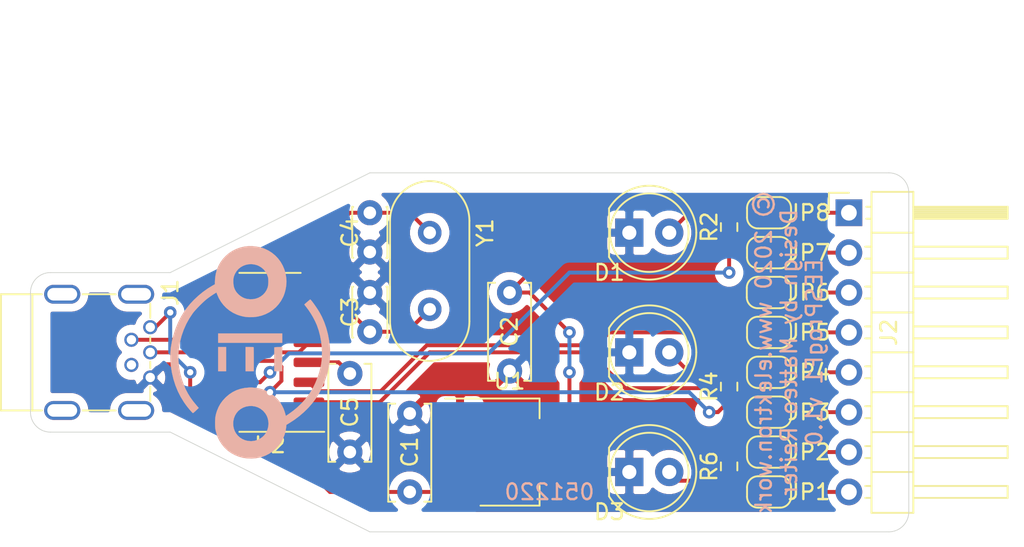
<source format=kicad_pcb>
(kicad_pcb (version 20171130) (host pcbnew "(5.1.7)-1")

  (general
    (thickness 1.6)
    (drawings 14)
    (tracks 96)
    (zones 0)
    (modules 25)
    (nets 33)
  )

  (page A4)
  (layers
    (0 F.Cu signal)
    (31 B.Cu signal)
    (32 B.Adhes user)
    (33 F.Adhes user)
    (34 B.Paste user)
    (35 F.Paste user)
    (36 B.SilkS user)
    (37 F.SilkS user)
    (38 B.Mask user)
    (39 F.Mask user)
    (40 Dwgs.User user)
    (41 Cmts.User user)
    (42 Eco1.User user)
    (43 Eco2.User user)
    (44 Edge.Cuts user)
    (45 Margin user)
    (46 B.CrtYd user)
    (47 F.CrtYd user)
    (48 B.Fab user)
    (49 F.Fab user)
  )

  (setup
    (last_trace_width 0.25)
    (trace_clearance 0.2)
    (zone_clearance 0.508)
    (zone_45_only no)
    (trace_min 0.2)
    (via_size 0.8)
    (via_drill 0.4)
    (via_min_size 0.4)
    (via_min_drill 0.3)
    (uvia_size 0.3)
    (uvia_drill 0.1)
    (uvias_allowed no)
    (uvia_min_size 0.2)
    (uvia_min_drill 0.1)
    (edge_width 0.05)
    (segment_width 0.2)
    (pcb_text_width 0.3)
    (pcb_text_size 1.5 1.5)
    (mod_edge_width 0.12)
    (mod_text_size 1 1)
    (mod_text_width 0.15)
    (pad_size 1.524 1.524)
    (pad_drill 0.762)
    (pad_to_mask_clearance 0)
    (aux_axis_origin 0 0)
    (visible_elements FFFFFF7F)
    (pcbplotparams
      (layerselection 0x010fc_ffffffff)
      (usegerberextensions false)
      (usegerberattributes true)
      (usegerberadvancedattributes true)
      (creategerberjobfile true)
      (excludeedgelayer true)
      (linewidth 0.100000)
      (plotframeref false)
      (viasonmask false)
      (mode 1)
      (useauxorigin false)
      (hpglpennumber 1)
      (hpglpenspeed 20)
      (hpglpendiameter 15.000000)
      (psnegative false)
      (psa4output false)
      (plotreference true)
      (plotvalue true)
      (plotinvisibletext false)
      (padsonsilk false)
      (subtractmaskfromsilk false)
      (outputformat 1)
      (mirror false)
      (drillshape 0)
      (scaleselection 1)
      (outputdirectory "grb/"))
  )

  (net 0 "")
  (net 1 GND)
  (net 2 VBUS)
  (net 3 +3V3)
  (net 4 "Net-(C3-Pad1)")
  (net 5 "Net-(C4-Pad1)")
  (net 6 "Net-(C5-Pad1)")
  (net 7 "Net-(D1-Pad2)")
  (net 8 "Net-(D2-Pad2)")
  (net 9 "Net-(D3-Pad2)")
  (net 10 D+)
  (net 11 D-)
  (net 12 "Net-(J1-Pad4)")
  (net 13 "Net-(J1-Pad6)")
  (net 14 "Net-(J2-Pad1)")
  (net 15 "Net-(J2-Pad2)")
  (net 16 "Net-(J2-Pad3)")
  (net 17 "Net-(J2-Pad4)")
  (net 18 "Net-(J2-Pad5)")
  (net 19 "Net-(J2-Pad6)")
  (net 20 "Net-(J2-Pad7)")
  (net 21 "Net-(J2-Pad8)")
  (net 22 IO2)
  (net 23 DTR)
  (net 24 TX)
  (net 25 RX)
  (net 26 "Net-(JP6-Pad1)")
  (net 27 RTS)
  (net 28 "Net-(U2-Pad9)")
  (net 29 "Net-(U2-Pad10)")
  (net 30 "Net-(U2-Pad11)")
  (net 31 "Net-(U2-Pad12)")
  (net 32 "Net-(U2-Pad15)")

  (net_class Default "This is the default net class."
    (clearance 0.2)
    (trace_width 0.25)
    (via_dia 0.8)
    (via_drill 0.4)
    (uvia_dia 0.3)
    (uvia_drill 0.1)
    (add_net +3V3)
    (add_net D+)
    (add_net D-)
    (add_net DTR)
    (add_net GND)
    (add_net IO2)
    (add_net "Net-(C3-Pad1)")
    (add_net "Net-(C4-Pad1)")
    (add_net "Net-(C5-Pad1)")
    (add_net "Net-(D1-Pad2)")
    (add_net "Net-(D2-Pad2)")
    (add_net "Net-(D3-Pad2)")
    (add_net "Net-(J1-Pad4)")
    (add_net "Net-(J1-Pad6)")
    (add_net "Net-(J2-Pad1)")
    (add_net "Net-(J2-Pad2)")
    (add_net "Net-(J2-Pad3)")
    (add_net "Net-(J2-Pad4)")
    (add_net "Net-(J2-Pad5)")
    (add_net "Net-(J2-Pad6)")
    (add_net "Net-(J2-Pad7)")
    (add_net "Net-(J2-Pad8)")
    (add_net "Net-(JP6-Pad1)")
    (add_net "Net-(U2-Pad10)")
    (add_net "Net-(U2-Pad11)")
    (add_net "Net-(U2-Pad12)")
    (add_net "Net-(U2-Pad15)")
    (add_net "Net-(U2-Pad9)")
    (add_net RTS)
    (add_net RX)
    (add_net TX)
    (add_net VBUS)
  )

  (module elektronlogo:elektronlogo_13x10 (layer B.Cu) (tedit 0) (tstamp 5FCC7991)
    (at 123.19 101.6 270)
    (fp_text reference G*** (at 0 0 270) (layer B.SilkS) hide
      (effects (font (size 1.524 1.524) (thickness 0.3)) (justify mirror))
    )
    (fp_text value LOGO (at 0.75 0 270) (layer B.SilkS) hide
      (effects (font (size 1.524 1.524) (thickness 0.3)) (justify mirror))
    )
    (fp_poly (pts (xy 4.629935 2.224169) (xy 4.721677 2.221694) (xy 4.796358 2.216891) (xy 4.862374 2.208997)
      (xy 4.928123 2.197249) (xy 5.002002 2.180883) (xy 5.0038 2.180461) (xy 5.22745 2.119438)
      (xy 5.425515 2.04676) (xy 5.605061 1.959773) (xy 5.632588 1.944323) (xy 5.866439 1.792085)
      (xy 6.074651 1.617736) (xy 6.256996 1.421558) (xy 6.41324 1.203834) (xy 6.543153 0.964847)
      (xy 6.646405 0.705177) (xy 6.716656 0.441548) (xy 6.755779 0.169006) (xy 6.763725 -0.107914)
      (xy 6.740449 -0.384675) (xy 6.685903 -0.656743) (xy 6.661435 -0.743396) (xy 6.568356 -0.993411)
      (xy 6.446781 -1.227637) (xy 6.299087 -1.444139) (xy 6.127649 -1.640982) (xy 5.934844 -1.816229)
      (xy 5.723046 -1.967947) (xy 5.494632 -2.0942) (xy 5.251978 -2.193054) (xy 4.997459 -2.262572)
      (xy 4.751218 -2.299288) (xy 4.61717 -2.311399) (xy 4.500885 -2.504359) (xy 4.28889 -2.829668)
      (xy 4.05424 -3.141033) (xy 3.800506 -3.434631) (xy 3.531254 -3.706638) (xy 3.250055 -3.953229)
      (xy 2.960477 -4.170583) (xy 2.920006 -4.198102) (xy 2.583779 -4.404583) (xy 2.226511 -4.587704)
      (xy 1.853406 -4.74551) (xy 1.469671 -4.876042) (xy 1.080509 -4.977346) (xy 0.691127 -5.047464)
      (xy 0.643466 -5.05384) (xy 0.511614 -5.067574) (xy 0.359197 -5.078166) (xy 0.195817 -5.085371)
      (xy 0.031078 -5.088941) (xy -0.12542 -5.088629) (xy -0.264073 -5.084188) (xy -0.338667 -5.079095)
      (xy -0.760277 -5.028155) (xy -1.165516 -4.951199) (xy -1.552745 -4.84871) (xy -1.920327 -4.721171)
      (xy -2.266624 -4.569067) (xy -2.517459 -4.435671) (xy -2.614549 -4.377855) (xy -2.718621 -4.31259)
      (xy -2.826004 -4.242508) (xy -2.933029 -4.170243) (xy -3.036027 -4.098426) (xy -3.131326 -4.029692)
      (xy -3.215257 -3.966673) (xy -3.284152 -3.912002) (xy -3.334338 -3.868311) (xy -3.362148 -3.838234)
      (xy -3.366325 -3.826661) (xy -3.353492 -3.807921) (xy -3.323724 -3.770372) (xy -3.281854 -3.719651)
      (xy -3.232715 -3.661397) (xy -3.181139 -3.601245) (xy -3.131957 -3.544834) (xy -3.090004 -3.4978)
      (xy -3.06011 -3.46578) (xy -3.047214 -3.4544) (xy -3.030783 -3.464376) (xy -2.993824 -3.491436)
      (xy -2.942067 -3.531274) (xy -2.889855 -3.572657) (xy -2.681602 -3.728163) (xy -2.451489 -3.879524)
      (xy -2.209547 -4.020905) (xy -1.965807 -4.146474) (xy -1.7303 -4.250399) (xy -1.711294 -4.257926)
      (xy -1.39354 -4.367557) (xy -1.059316 -4.454763) (xy -0.714188 -4.519069) (xy -0.363722 -4.559999)
      (xy -0.013484 -4.577075) (xy 0.330959 -4.569821) (xy 0.664042 -4.537762) (xy 0.954832 -4.486131)
      (xy 1.295058 -4.397357) (xy 1.637158 -4.282116) (xy 1.971825 -4.144083) (xy 2.289755 -3.986931)
      (xy 2.451562 -3.895198) (xy 2.718599 -3.719612) (xy 2.98207 -3.514056) (xy 3.237976 -3.282426)
      (xy 3.482319 -3.028617) (xy 3.711099 -2.756524) (xy 3.92032 -2.470041) (xy 3.931235 -2.453863)
      (xy 4.049689 -2.277533) (xy 3.967945 -2.255898) (xy 3.766482 -2.196646) (xy 3.589457 -2.130936)
      (xy 3.427527 -2.054701) (xy 3.271345 -1.963876) (xy 3.220404 -1.93063) (xy 3.00524 -1.766866)
      (xy 2.81442 -1.580651) (xy 2.648994 -1.37412) (xy 2.51001 -1.149407) (xy 2.398521 -0.908645)
      (xy 2.315575 -0.653968) (xy 2.262224 -0.387511) (xy 2.239763 -0.114395) (xy 3.416064 -0.114395)
      (xy 3.441559 -0.305721) (xy 3.498498 -0.486251) (xy 3.586247 -0.654132) (xy 3.704173 -0.807509)
      (xy 3.741921 -0.847012) (xy 3.888175 -0.971925) (xy 4.047072 -1.065971) (xy 4.220979 -1.13027)
      (xy 4.412259 -1.165941) (xy 4.416386 -1.166381) (xy 4.517296 -1.173374) (xy 4.611965 -1.170894)
      (xy 4.714123 -1.158035) (xy 4.805458 -1.140714) (xy 4.978938 -1.087918) (xy 5.138121 -1.006532)
      (xy 5.280547 -0.899699) (xy 5.40375 -0.770562) (xy 5.50527 -0.622263) (xy 5.582643 -0.457945)
      (xy 5.633408 -0.280751) (xy 5.6551 -0.093822) (xy 5.655733 -0.055667) (xy 5.640112 0.140257)
      (xy 5.594908 0.32364) (xy 5.52261 0.492268) (xy 5.425707 0.643929) (xy 5.306688 0.776408)
      (xy 5.168042 0.887493) (xy 5.012258 0.974971) (xy 4.841825 1.036627) (xy 4.659231 1.070248)
      (xy 4.466967 1.073622) (xy 4.393583 1.066724) (xy 4.200552 1.026786) (xy 4.023591 0.958224)
      (xy 3.86487 0.863231) (xy 3.72656 0.744) (xy 3.610831 0.602722) (xy 3.519853 0.44159)
      (xy 3.455797 0.262797) (xy 3.42265 0.085872) (xy 3.416064 -0.114395) (xy 2.239763 -0.114395)
      (xy 2.239517 -0.111407) (xy 2.241093 0.059267) (xy 2.268414 0.344554) (xy 2.325103 0.613142)
      (xy 2.41143 0.865655) (xy 2.527663 1.10272) (xy 2.674072 1.324961) (xy 2.850925 1.533004)
      (xy 2.893421 1.576408) (xy 3.08228 1.747697) (xy 3.276816 1.889121) (xy 3.483422 2.004673)
      (xy 3.708488 2.098349) (xy 3.753455 2.113866) (xy 3.883736 2.154651) (xy 4.002401 2.18468)
      (xy 4.118885 2.205337) (xy 4.242621 2.218003) (xy 4.383043 2.224059) (xy 4.512733 2.225078)
      (xy 4.629935 2.224169)) (layer B.SilkS) (width 0.01))
    (fp_poly (pts (xy 0.368206 5.068319) (xy 0.534571 5.064124) (xy 0.689949 5.056395) (xy 0.825414 5.045202)
      (xy 0.872066 5.039765) (xy 1.303906 4.969137) (xy 1.715827 4.871363) (xy 2.108511 4.74618)
      (xy 2.482638 4.593322) (xy 2.83889 4.412526) (xy 3.177948 4.203527) (xy 3.360133 4.07439)
      (xy 3.448731 4.006899) (xy 3.538236 3.935858) (xy 3.624627 3.864763) (xy 3.703885 3.797109)
      (xy 3.771988 3.736394) (xy 3.824914 3.686111) (xy 3.858644 3.649759) (xy 3.869267 3.63173)
      (xy 3.85809 3.612715) (xy 3.827408 3.57456) (xy 3.78149 3.522242) (xy 3.724607 3.460738)
      (xy 3.704122 3.439238) (xy 3.538977 3.26718) (xy 3.365455 3.417072) (xy 3.115008 3.622163)
      (xy 2.869313 3.799561) (xy 2.621651 3.953438) (xy 2.365304 4.087967) (xy 2.093554 4.20732)
      (xy 2.091832 4.208011) (xy 1.720655 4.340095) (xy 1.342908 4.441668) (xy 0.961343 4.512478)
      (xy 0.578714 4.552275) (xy 0.197774 4.560805) (xy -0.178726 4.537818) (xy -0.548031 4.483062)
      (xy -0.6604 4.459647) (xy -1.062022 4.353829) (xy -1.44524 4.219606) (xy -1.810182 4.056921)
      (xy -2.156978 3.865716) (xy -2.485753 3.645934) (xy -2.519483 3.621011) (xy -2.597185 3.558705)
      (xy -2.691848 3.475896) (xy -2.798303 3.37772) (xy -2.911382 3.269311) (xy -3.025915 3.155803)
      (xy -3.136733 3.04233) (xy -3.238669 2.934028) (xy -3.326553 2.83603) (xy -3.395215 2.753471)
      (xy -3.403181 2.7432) (xy -3.488439 2.629019) (xy -3.574389 2.508515) (xy -3.655075 2.390362)
      (xy -3.724542 2.283229) (xy -3.765177 2.216221) (xy -3.810655 2.137975) (xy -3.704494 2.099087)
      (xy -3.457002 1.990982) (xy -3.226406 1.855151) (xy -3.014936 1.693871) (xy -2.824818 1.509422)
      (xy -2.65828 1.304082) (xy -2.51755 1.08013) (xy -2.404856 0.839845) (xy -2.364262 0.728134)
      (xy -2.311801 0.555047) (xy -2.27534 0.396005) (xy -2.252179 0.236816) (xy -2.240208 0.0762)
      (xy -2.242688 -0.204358) (xy -2.276295 -0.476378) (xy -2.339751 -0.737794) (xy -2.431777 -0.986539)
      (xy -2.551098 -1.220547) (xy -2.696433 -1.43775) (xy -2.866506 -1.636083) (xy -3.060039 -1.813478)
      (xy -3.275754 -1.967869) (xy -3.512373 -2.09719) (xy -3.610952 -2.140759) (xy -3.777567 -2.199999)
      (xy -3.964466 -2.24967) (xy -4.158683 -2.286651) (xy -4.281694 -2.302302) (xy -4.393295 -2.312175)
      (xy -4.486026 -2.316575) (xy -4.574129 -2.315471) (xy -4.671848 -2.308831) (xy -4.7498 -2.301269)
      (xy -5.021927 -2.25665) (xy -5.28197 -2.181589) (xy -5.527886 -2.077685) (xy -5.757634 -1.946535)
      (xy -5.969171 -1.789738) (xy -6.160456 -1.608892) (xy -6.329446 -1.405594) (xy -6.474099 -1.181443)
      (xy -6.592374 -0.938037) (xy -6.635367 -0.825717) (xy -6.697534 -0.610177) (xy -6.739962 -0.377083)
      (xy -6.761834 -0.136464) (xy -6.761964 -0.073741) (xy -5.618467 -0.073741) (xy -5.60102 -0.254644)
      (xy -5.554412 -0.432955) (xy -5.505665 -0.550333) (xy -5.406691 -0.71757) (xy -5.283377 -0.862021)
      (xy -5.137997 -0.981834) (xy -4.972823 -1.075157) (xy -4.790127 -1.140136) (xy -4.778444 -1.143147)
      (xy -4.694158 -1.156971) (xy -4.587478 -1.163601) (xy -4.469019 -1.16341) (xy -4.349398 -1.156771)
      (xy -4.239229 -1.144056) (xy -4.149129 -1.125639) (xy -4.131733 -1.120432) (xy -3.958861 -1.047379)
      (xy -3.805609 -0.948771) (xy -3.673441 -0.827641) (xy -3.563818 -0.687021) (xy -3.478204 -0.529943)
      (xy -3.418061 -0.35944) (xy -3.384851 -0.178543) (xy -3.380036 0.009714) (xy -3.40508 0.202299)
      (xy -3.436072 0.321993) (xy -3.494139 0.461765) (xy -3.578764 0.600391) (xy -3.6834 0.729567)
      (xy -3.801504 0.840991) (xy -3.900745 0.911442) (xy -4.020219 0.975448) (xy -4.139003 1.019985)
      (xy -4.267243 1.047834) (xy -4.415084 1.061774) (xy -4.455141 1.063376) (xy -4.588842 1.064223)
      (xy -4.700328 1.055961) (xy -4.800546 1.036352) (xy -4.900444 1.003164) (xy -5.010968 0.95416)
      (xy -5.026051 0.946823) (xy -5.178742 0.853886) (xy -5.310769 0.737014) (xy -5.420919 0.599996)
      (xy -5.507978 0.446622) (xy -5.570732 0.280682) (xy -5.607966 0.105964) (xy -5.618467 -0.073741)
      (xy -6.761964 -0.073741) (xy -6.762331 0.101653) (xy -6.740636 0.327238) (xy -6.733102 0.372534)
      (xy -6.667931 0.643901) (xy -6.574012 0.899166) (xy -6.453155 1.136822) (xy -6.307171 1.355364)
      (xy -6.137872 1.553286) (xy -5.947069 1.729081) (xy -5.736572 1.881244) (xy -5.508194 2.008269)
      (xy -5.263743 2.10865) (xy -5.005033 2.18088) (xy -4.733874 2.223454) (xy -4.49309 2.2352)
      (xy -4.337091 2.2352) (xy -4.248921 2.391834) (xy -4.060741 2.698265) (xy -3.845848 2.998435)
      (xy -3.608675 3.287505) (xy -3.353654 3.560632) (xy -3.085219 3.812974) (xy -2.807801 4.039692)
      (xy -2.611823 4.179759) (xy -2.272124 4.388377) (xy -1.911504 4.572316) (xy -1.533554 4.730269)
      (xy -1.141867 4.860926) (xy -0.740032 4.962978) (xy -0.331643 5.035116) (xy -0.2286 5.048364)
      (xy -0.107549 5.059003) (xy 0.03822 5.065828) (xy 0.19978 5.06891) (xy 0.368206 5.068319)) (layer B.SilkS) (width 0.01))
    (fp_poly (pts (xy -0.6096 -2.048933) (xy -1.202267 -2.048933) (xy -1.202267 2.032) (xy -0.6096 2.032)
      (xy -0.6096 -2.048933)) (layer B.SilkS) (width 0.01))
    (fp_poly (pts (xy -0.298437 -1.540901) (xy -0.248983 -1.540908) (xy -0.172613 -1.540916) (xy -0.072801 -1.540922)
      (xy 0.046976 -1.540927) (xy 0.183243 -1.54093) (xy 0.332526 -1.540932) (xy 0.448733 -1.540933)
      (xy 1.202266 -1.540933) (xy 1.202266 -2.048933) (xy -0.339549 -2.048933) (xy -0.334875 -1.794892)
      (xy -0.33245 -1.706495) (xy -0.328872 -1.63148) (xy -0.324539 -1.575699) (xy -0.319853 -1.545004)
      (xy -0.3175 -1.540892) (xy -0.298437 -1.540901)) (layer B.SilkS) (width 0.01))
    (fp_poly (pts (xy 1.202266 -0.237066) (xy 0.443089 -0.237066) (xy 0.285908 -0.236822) (xy 0.139226 -0.236123)
      (xy 0.006497 -0.23502) (xy -0.108828 -0.233564) (xy -0.203294 -0.231805) (xy -0.273449 -0.229793)
      (xy -0.315838 -0.22758) (xy -0.327378 -0.225777) (xy -0.331346 -0.205702) (xy -0.334703 -0.158006)
      (xy -0.337182 -0.088932) (xy -0.338513 -0.004724) (xy -0.338667 0.036689) (xy -0.338667 0.287867)
      (xy 1.202266 0.287867) (xy 1.202266 -0.237066)) (layer B.SilkS) (width 0.01))
    (fp_poly (pts (xy 1.202266 1.524001) (xy -0.338667 1.524001) (xy -0.338667 2.032) (xy 1.202266 2.032)
      (xy 1.202266 1.524001)) (layer B.SilkS) (width 0.01))
  )

  (module Capacitor_THT:C_Disc_D6.0mm_W2.5mm_P5.00mm (layer F.Cu) (tedit 5AE50EF0) (tstamp 5FCC5241)
    (at 133.35 110.49 90)
    (descr "C, Disc series, Radial, pin pitch=5.00mm, , diameter*width=6*2.5mm^2, Capacitor, http://cdn-reichelt.de/documents/datenblatt/B300/DS_KERKO_TC.pdf")
    (tags "C Disc series Radial pin pitch 5.00mm  diameter 6mm width 2.5mm Capacitor")
    (path /5FD122D2)
    (fp_text reference C1 (at 2.54 0 90) (layer F.SilkS)
      (effects (font (size 1 1) (thickness 0.15)))
    )
    (fp_text value C (at 2.5 2.5 90) (layer F.Fab)
      (effects (font (size 1 1) (thickness 0.15)))
    )
    (fp_text user %R (at 2.5 0 90) (layer F.Fab)
      (effects (font (size 1 1) (thickness 0.15)))
    )
    (fp_line (start -0.5 -1.25) (end -0.5 1.25) (layer F.Fab) (width 0.1))
    (fp_line (start -0.5 1.25) (end 5.5 1.25) (layer F.Fab) (width 0.1))
    (fp_line (start 5.5 1.25) (end 5.5 -1.25) (layer F.Fab) (width 0.1))
    (fp_line (start 5.5 -1.25) (end -0.5 -1.25) (layer F.Fab) (width 0.1))
    (fp_line (start -0.62 -1.37) (end 5.62 -1.37) (layer F.SilkS) (width 0.12))
    (fp_line (start -0.62 1.37) (end 5.62 1.37) (layer F.SilkS) (width 0.12))
    (fp_line (start -0.62 -1.37) (end -0.62 -0.925) (layer F.SilkS) (width 0.12))
    (fp_line (start -0.62 0.925) (end -0.62 1.37) (layer F.SilkS) (width 0.12))
    (fp_line (start 5.62 -1.37) (end 5.62 -0.925) (layer F.SilkS) (width 0.12))
    (fp_line (start 5.62 0.925) (end 5.62 1.37) (layer F.SilkS) (width 0.12))
    (fp_line (start -1.05 -1.5) (end -1.05 1.5) (layer F.CrtYd) (width 0.05))
    (fp_line (start -1.05 1.5) (end 6.05 1.5) (layer F.CrtYd) (width 0.05))
    (fp_line (start 6.05 1.5) (end 6.05 -1.5) (layer F.CrtYd) (width 0.05))
    (fp_line (start 6.05 -1.5) (end -1.05 -1.5) (layer F.CrtYd) (width 0.05))
    (pad 2 thru_hole circle (at 5 0 90) (size 1.6 1.6) (drill 0.8) (layers *.Cu *.Mask)
      (net 1 GND))
    (pad 1 thru_hole circle (at 0 0 90) (size 1.6 1.6) (drill 0.8) (layers *.Cu *.Mask)
      (net 2 VBUS))
    (model ${KISYS3DMOD}/Capacitor_THT.3dshapes/C_Disc_D6.0mm_W2.5mm_P5.00mm.wrl
      (at (xyz 0 0 0))
      (scale (xyz 1 1 1))
      (rotate (xyz 0 0 0))
    )
  )

  (module Capacitor_THT:C_Disc_D6.0mm_W2.5mm_P5.00mm (layer F.Cu) (tedit 5AE50EF0) (tstamp 5FCC52F7)
    (at 139.7 97.79 270)
    (descr "C, Disc series, Radial, pin pitch=5.00mm, , diameter*width=6*2.5mm^2, Capacitor, http://cdn-reichelt.de/documents/datenblatt/B300/DS_KERKO_TC.pdf")
    (tags "C Disc series Radial pin pitch 5.00mm  diameter 6mm width 2.5mm Capacitor")
    (path /5FD11BBB)
    (fp_text reference C2 (at 2.5 0 90) (layer F.SilkS)
      (effects (font (size 1 1) (thickness 0.15)))
    )
    (fp_text value C (at 2.5 2.5 90) (layer F.Fab)
      (effects (font (size 1 1) (thickness 0.15)))
    )
    (fp_line (start 6.05 -1.5) (end -1.05 -1.5) (layer F.CrtYd) (width 0.05))
    (fp_line (start 6.05 1.5) (end 6.05 -1.5) (layer F.CrtYd) (width 0.05))
    (fp_line (start -1.05 1.5) (end 6.05 1.5) (layer F.CrtYd) (width 0.05))
    (fp_line (start -1.05 -1.5) (end -1.05 1.5) (layer F.CrtYd) (width 0.05))
    (fp_line (start 5.62 0.925) (end 5.62 1.37) (layer F.SilkS) (width 0.12))
    (fp_line (start 5.62 -1.37) (end 5.62 -0.925) (layer F.SilkS) (width 0.12))
    (fp_line (start -0.62 0.925) (end -0.62 1.37) (layer F.SilkS) (width 0.12))
    (fp_line (start -0.62 -1.37) (end -0.62 -0.925) (layer F.SilkS) (width 0.12))
    (fp_line (start -0.62 1.37) (end 5.62 1.37) (layer F.SilkS) (width 0.12))
    (fp_line (start -0.62 -1.37) (end 5.62 -1.37) (layer F.SilkS) (width 0.12))
    (fp_line (start 5.5 -1.25) (end -0.5 -1.25) (layer F.Fab) (width 0.1))
    (fp_line (start 5.5 1.25) (end 5.5 -1.25) (layer F.Fab) (width 0.1))
    (fp_line (start -0.5 1.25) (end 5.5 1.25) (layer F.Fab) (width 0.1))
    (fp_line (start -0.5 -1.25) (end -0.5 1.25) (layer F.Fab) (width 0.1))
    (fp_text user %R (at 2.5 0 90) (layer F.Fab)
      (effects (font (size 1 1) (thickness 0.15)))
    )
    (pad 1 thru_hole circle (at 0 0 270) (size 1.6 1.6) (drill 0.8) (layers *.Cu *.Mask)
      (net 3 +3V3))
    (pad 2 thru_hole circle (at 5 0 270) (size 1.6 1.6) (drill 0.8) (layers *.Cu *.Mask)
      (net 1 GND))
    (model ${KISYS3DMOD}/Capacitor_THT.3dshapes/C_Disc_D6.0mm_W2.5mm_P5.00mm.wrl
      (at (xyz 0 0 0))
      (scale (xyz 1 1 1))
      (rotate (xyz 0 0 0))
    )
  )

  (module Capacitor_THT:C_Disc_D3.0mm_W2.0mm_P2.50mm (layer F.Cu) (tedit 5AE50EF0) (tstamp 5FCC5544)
    (at 130.81 100.29 90)
    (descr "C, Disc series, Radial, pin pitch=2.50mm, , diameter*width=3*2mm^2, Capacitor")
    (tags "C Disc series Radial pin pitch 2.50mm  diameter 3mm width 2mm Capacitor")
    (path /5FCD50F1)
    (fp_text reference C3 (at 1.25 -1.27 90) (layer F.SilkS)
      (effects (font (size 1 1) (thickness 0.15)))
    )
    (fp_text value C (at 1.25 2.25 90) (layer F.Fab)
      (effects (font (size 1 1) (thickness 0.15)))
    )
    (fp_text user %R (at 1.25 0 90) (layer F.Fab)
      (effects (font (size 0.6 0.6) (thickness 0.09)))
    )
    (fp_line (start -0.25 -1) (end -0.25 1) (layer F.Fab) (width 0.1))
    (fp_line (start -0.25 1) (end 2.75 1) (layer F.Fab) (width 0.1))
    (fp_line (start 2.75 1) (end 2.75 -1) (layer F.Fab) (width 0.1))
    (fp_line (start 2.75 -1) (end -0.25 -1) (layer F.Fab) (width 0.1))
    (fp_line (start -0.37 -1.12) (end 2.87 -1.12) (layer F.SilkS) (width 0.12))
    (fp_line (start -0.37 1.12) (end 2.87 1.12) (layer F.SilkS) (width 0.12))
    (fp_line (start -0.37 -1.12) (end -0.37 -1.055) (layer F.SilkS) (width 0.12))
    (fp_line (start -0.37 1.055) (end -0.37 1.12) (layer F.SilkS) (width 0.12))
    (fp_line (start 2.87 -1.12) (end 2.87 -1.055) (layer F.SilkS) (width 0.12))
    (fp_line (start 2.87 1.055) (end 2.87 1.12) (layer F.SilkS) (width 0.12))
    (fp_line (start -1.05 -1.25) (end -1.05 1.25) (layer F.CrtYd) (width 0.05))
    (fp_line (start -1.05 1.25) (end 3.55 1.25) (layer F.CrtYd) (width 0.05))
    (fp_line (start 3.55 1.25) (end 3.55 -1.25) (layer F.CrtYd) (width 0.05))
    (fp_line (start 3.55 -1.25) (end -1.05 -1.25) (layer F.CrtYd) (width 0.05))
    (pad 2 thru_hole circle (at 2.5 0 90) (size 1.6 1.6) (drill 0.8) (layers *.Cu *.Mask)
      (net 1 GND))
    (pad 1 thru_hole circle (at 0 0 90) (size 1.6 1.6) (drill 0.8) (layers *.Cu *.Mask)
      (net 4 "Net-(C3-Pad1)"))
    (model ${KISYS3DMOD}/Capacitor_THT.3dshapes/C_Disc_D3.0mm_W2.0mm_P2.50mm.wrl
      (at (xyz 0 0 0))
      (scale (xyz 1 1 1))
      (rotate (xyz 0 0 0))
    )
  )

  (module Capacitor_THT:C_Disc_D3.0mm_W2.0mm_P2.50mm (layer F.Cu) (tedit 5AE50EF0) (tstamp 5FCC61F3)
    (at 130.81 92.71 270)
    (descr "C, Disc series, Radial, pin pitch=2.50mm, , diameter*width=3*2mm^2, Capacitor")
    (tags "C Disc series Radial pin pitch 2.50mm  diameter 3mm width 2mm Capacitor")
    (path /5FCD5844)
    (fp_text reference C4 (at 1.25 1.27 90) (layer F.SilkS)
      (effects (font (size 1 1) (thickness 0.15)))
    )
    (fp_text value C (at 1.25 2.25 90) (layer F.Fab)
      (effects (font (size 1 1) (thickness 0.15)))
    )
    (fp_line (start 3.55 -1.25) (end -1.05 -1.25) (layer F.CrtYd) (width 0.05))
    (fp_line (start 3.55 1.25) (end 3.55 -1.25) (layer F.CrtYd) (width 0.05))
    (fp_line (start -1.05 1.25) (end 3.55 1.25) (layer F.CrtYd) (width 0.05))
    (fp_line (start -1.05 -1.25) (end -1.05 1.25) (layer F.CrtYd) (width 0.05))
    (fp_line (start 2.87 1.055) (end 2.87 1.12) (layer F.SilkS) (width 0.12))
    (fp_line (start 2.87 -1.12) (end 2.87 -1.055) (layer F.SilkS) (width 0.12))
    (fp_line (start -0.37 1.055) (end -0.37 1.12) (layer F.SilkS) (width 0.12))
    (fp_line (start -0.37 -1.12) (end -0.37 -1.055) (layer F.SilkS) (width 0.12))
    (fp_line (start -0.37 1.12) (end 2.87 1.12) (layer F.SilkS) (width 0.12))
    (fp_line (start -0.37 -1.12) (end 2.87 -1.12) (layer F.SilkS) (width 0.12))
    (fp_line (start 2.75 -1) (end -0.25 -1) (layer F.Fab) (width 0.1))
    (fp_line (start 2.75 1) (end 2.75 -1) (layer F.Fab) (width 0.1))
    (fp_line (start -0.25 1) (end 2.75 1) (layer F.Fab) (width 0.1))
    (fp_line (start -0.25 -1) (end -0.25 1) (layer F.Fab) (width 0.1))
    (fp_text user %R (at 1.25 0 90) (layer F.Fab)
      (effects (font (size 0.6 0.6) (thickness 0.09)))
    )
    (pad 1 thru_hole circle (at 0 0 270) (size 1.6 1.6) (drill 0.8) (layers *.Cu *.Mask)
      (net 5 "Net-(C4-Pad1)"))
    (pad 2 thru_hole circle (at 2.5 0 270) (size 1.6 1.6) (drill 0.8) (layers *.Cu *.Mask)
      (net 1 GND))
    (model ${KISYS3DMOD}/Capacitor_THT.3dshapes/C_Disc_D3.0mm_W2.0mm_P2.50mm.wrl
      (at (xyz 0 0 0))
      (scale (xyz 1 1 1))
      (rotate (xyz 0 0 0))
    )
  )

  (module Capacitor_THT:C_Disc_D6.0mm_W2.5mm_P5.00mm (layer F.Cu) (tedit 5AE50EF0) (tstamp 5FCC5863)
    (at 129.54 102.95 270)
    (descr "C, Disc series, Radial, pin pitch=5.00mm, , diameter*width=6*2.5mm^2, Capacitor, http://cdn-reichelt.de/documents/datenblatt/B300/DS_KERKO_TC.pdf")
    (tags "C Disc series Radial pin pitch 5.00mm  diameter 6mm width 2.5mm Capacitor")
    (path /5FCD8F12)
    (fp_text reference C5 (at 2.46 0 90) (layer F.SilkS)
      (effects (font (size 1 1) (thickness 0.15)))
    )
    (fp_text value C (at 2.5 2.5 90) (layer F.Fab)
      (effects (font (size 1 1) (thickness 0.15)))
    )
    (fp_line (start 6.05 -1.5) (end -1.05 -1.5) (layer F.CrtYd) (width 0.05))
    (fp_line (start 6.05 1.5) (end 6.05 -1.5) (layer F.CrtYd) (width 0.05))
    (fp_line (start -1.05 1.5) (end 6.05 1.5) (layer F.CrtYd) (width 0.05))
    (fp_line (start -1.05 -1.5) (end -1.05 1.5) (layer F.CrtYd) (width 0.05))
    (fp_line (start 5.62 0.925) (end 5.62 1.37) (layer F.SilkS) (width 0.12))
    (fp_line (start 5.62 -1.37) (end 5.62 -0.925) (layer F.SilkS) (width 0.12))
    (fp_line (start -0.62 0.925) (end -0.62 1.37) (layer F.SilkS) (width 0.12))
    (fp_line (start -0.62 -1.37) (end -0.62 -0.925) (layer F.SilkS) (width 0.12))
    (fp_line (start -0.62 1.37) (end 5.62 1.37) (layer F.SilkS) (width 0.12))
    (fp_line (start -0.62 -1.37) (end 5.62 -1.37) (layer F.SilkS) (width 0.12))
    (fp_line (start 5.5 -1.25) (end -0.5 -1.25) (layer F.Fab) (width 0.1))
    (fp_line (start 5.5 1.25) (end 5.5 -1.25) (layer F.Fab) (width 0.1))
    (fp_line (start -0.5 1.25) (end 5.5 1.25) (layer F.Fab) (width 0.1))
    (fp_line (start -0.5 -1.25) (end -0.5 1.25) (layer F.Fab) (width 0.1))
    (fp_text user %R (at 2.5 0 90) (layer F.Fab)
      (effects (font (size 1 1) (thickness 0.15)))
    )
    (pad 1 thru_hole circle (at 0 0 270) (size 1.6 1.6) (drill 0.8) (layers *.Cu *.Mask)
      (net 6 "Net-(C5-Pad1)"))
    (pad 2 thru_hole circle (at 5 0 270) (size 1.6 1.6) (drill 0.8) (layers *.Cu *.Mask)
      (net 1 GND))
    (model ${KISYS3DMOD}/Capacitor_THT.3dshapes/C_Disc_D6.0mm_W2.5mm_P5.00mm.wrl
      (at (xyz 0 0 0))
      (scale (xyz 1 1 1))
      (rotate (xyz 0 0 0))
    )
  )

  (module LED_THT:LED_D5.0mm (layer F.Cu) (tedit 5995936A) (tstamp 5FCC5FCE)
    (at 147.32 93.98)
    (descr "LED, diameter 5.0mm, 2 pins, http://cdn-reichelt.de/documents/datenblatt/A500/LL-504BC2E-009.pdf")
    (tags "LED diameter 5.0mm 2 pins")
    (path /5FCEC462)
    (fp_text reference D1 (at -1.27 2.54) (layer F.SilkS)
      (effects (font (size 1 1) (thickness 0.15)))
    )
    (fp_text value RST (at 1.27 3.96) (layer F.Fab)
      (effects (font (size 1 1) (thickness 0.15)))
    )
    (fp_line (start 4.5 -3.25) (end -1.95 -3.25) (layer F.CrtYd) (width 0.05))
    (fp_line (start 4.5 3.25) (end 4.5 -3.25) (layer F.CrtYd) (width 0.05))
    (fp_line (start -1.95 3.25) (end 4.5 3.25) (layer F.CrtYd) (width 0.05))
    (fp_line (start -1.95 -3.25) (end -1.95 3.25) (layer F.CrtYd) (width 0.05))
    (fp_line (start -1.29 -1.545) (end -1.29 1.545) (layer F.SilkS) (width 0.12))
    (fp_line (start -1.23 -1.469694) (end -1.23 1.469694) (layer F.Fab) (width 0.1))
    (fp_circle (center 1.27 0) (end 3.77 0) (layer F.SilkS) (width 0.12))
    (fp_circle (center 1.27 0) (end 3.77 0) (layer F.Fab) (width 0.1))
    (fp_arc (start 1.27 0) (end -1.23 -1.469694) (angle 299.1) (layer F.Fab) (width 0.1))
    (fp_arc (start 1.27 0) (end -1.29 -1.54483) (angle 148.9) (layer F.SilkS) (width 0.12))
    (fp_arc (start 1.27 0) (end -1.29 1.54483) (angle -148.9) (layer F.SilkS) (width 0.12))
    (fp_text user %R (at 1.25 0) (layer F.Fab)
      (effects (font (size 0.8 0.8) (thickness 0.2)))
    )
    (pad 1 thru_hole rect (at 0 0) (size 1.8 1.8) (drill 0.9) (layers *.Cu *.Mask)
      (net 1 GND))
    (pad 2 thru_hole circle (at 2.54 0) (size 1.8 1.8) (drill 0.9) (layers *.Cu *.Mask)
      (net 7 "Net-(D1-Pad2)"))
    (model ${KISYS3DMOD}/LED_THT.3dshapes/LED_D5.0mm.wrl
      (at (xyz 0 0 0))
      (scale (xyz 1 1 1))
      (rotate (xyz 0 0 0))
    )
  )

  (module LED_THT:LED_D5.0mm (layer F.Cu) (tedit 5995936A) (tstamp 5FCC2F74)
    (at 147.32 101.6)
    (descr "LED, diameter 5.0mm, 2 pins, http://cdn-reichelt.de/documents/datenblatt/A500/LL-504BC2E-009.pdf")
    (tags "LED diameter 5.0mm 2 pins")
    (path /5FCED322)
    (fp_text reference D2 (at -1.27 2.54) (layer F.SilkS)
      (effects (font (size 1 1) (thickness 0.15)))
    )
    (fp_text value IO0 (at 1.27 3.96) (layer F.Fab)
      (effects (font (size 1 1) (thickness 0.15)))
    )
    (fp_text user %R (at 1.25 0) (layer F.Fab)
      (effects (font (size 0.8 0.8) (thickness 0.2)))
    )
    (fp_arc (start 1.27 0) (end -1.29 1.54483) (angle -148.9) (layer F.SilkS) (width 0.12))
    (fp_arc (start 1.27 0) (end -1.29 -1.54483) (angle 148.9) (layer F.SilkS) (width 0.12))
    (fp_arc (start 1.27 0) (end -1.23 -1.469694) (angle 299.1) (layer F.Fab) (width 0.1))
    (fp_circle (center 1.27 0) (end 3.77 0) (layer F.Fab) (width 0.1))
    (fp_circle (center 1.27 0) (end 3.77 0) (layer F.SilkS) (width 0.12))
    (fp_line (start -1.23 -1.469694) (end -1.23 1.469694) (layer F.Fab) (width 0.1))
    (fp_line (start -1.29 -1.545) (end -1.29 1.545) (layer F.SilkS) (width 0.12))
    (fp_line (start -1.95 -3.25) (end -1.95 3.25) (layer F.CrtYd) (width 0.05))
    (fp_line (start -1.95 3.25) (end 4.5 3.25) (layer F.CrtYd) (width 0.05))
    (fp_line (start 4.5 3.25) (end 4.5 -3.25) (layer F.CrtYd) (width 0.05))
    (fp_line (start 4.5 -3.25) (end -1.95 -3.25) (layer F.CrtYd) (width 0.05))
    (pad 2 thru_hole circle (at 2.54 0) (size 1.8 1.8) (drill 0.9) (layers *.Cu *.Mask)
      (net 8 "Net-(D2-Pad2)"))
    (pad 1 thru_hole rect (at 0 0) (size 1.8 1.8) (drill 0.9) (layers *.Cu *.Mask)
      (net 1 GND))
    (model ${KISYS3DMOD}/LED_THT.3dshapes/LED_D5.0mm.wrl
      (at (xyz 0 0 0))
      (scale (xyz 1 1 1))
      (rotate (xyz 0 0 0))
    )
  )

  (module LED_THT:LED_D5.0mm (layer F.Cu) (tedit 5995936A) (tstamp 5FCC517E)
    (at 147.32 109.22)
    (descr "LED, diameter 5.0mm, 2 pins, http://cdn-reichelt.de/documents/datenblatt/A500/LL-504BC2E-009.pdf")
    (tags "LED diameter 5.0mm 2 pins")
    (path /5FCEDAFD)
    (fp_text reference D3 (at -1.27 2.54) (layer F.SilkS)
      (effects (font (size 1 1) (thickness 0.15)))
    )
    (fp_text value IO2 (at 1.27 3.96) (layer F.Fab)
      (effects (font (size 1 1) (thickness 0.15)))
    )
    (fp_line (start 4.5 -3.25) (end -1.95 -3.25) (layer F.CrtYd) (width 0.05))
    (fp_line (start 4.5 3.25) (end 4.5 -3.25) (layer F.CrtYd) (width 0.05))
    (fp_line (start -1.95 3.25) (end 4.5 3.25) (layer F.CrtYd) (width 0.05))
    (fp_line (start -1.95 -3.25) (end -1.95 3.25) (layer F.CrtYd) (width 0.05))
    (fp_line (start -1.29 -1.545) (end -1.29 1.545) (layer F.SilkS) (width 0.12))
    (fp_line (start -1.23 -1.469694) (end -1.23 1.469694) (layer F.Fab) (width 0.1))
    (fp_circle (center 1.27 0) (end 3.77 0) (layer F.SilkS) (width 0.12))
    (fp_circle (center 1.27 0) (end 3.77 0) (layer F.Fab) (width 0.1))
    (fp_arc (start 1.27 0) (end -1.23 -1.469694) (angle 299.1) (layer F.Fab) (width 0.1))
    (fp_arc (start 1.27 0) (end -1.29 -1.54483) (angle 148.9) (layer F.SilkS) (width 0.12))
    (fp_arc (start 1.27 0) (end -1.29 1.54483) (angle -148.9) (layer F.SilkS) (width 0.12))
    (fp_text user %R (at 1.25 0) (layer F.Fab)
      (effects (font (size 0.8 0.8) (thickness 0.2)))
    )
    (pad 1 thru_hole rect (at 0 0) (size 1.8 1.8) (drill 0.9) (layers *.Cu *.Mask)
      (net 1 GND))
    (pad 2 thru_hole circle (at 2.54 0) (size 1.8 1.8) (drill 0.9) (layers *.Cu *.Mask)
      (net 9 "Net-(D3-Pad2)"))
    (model ${KISYS3DMOD}/LED_THT.3dshapes/LED_D5.0mm.wrl
      (at (xyz 0 0 0))
      (scale (xyz 1 1 1))
      (rotate (xyz 0 0 0))
    )
  )

  (module Elektron_Components_1:USB-MiniB_LCSC-C46398 (layer F.Cu) (tedit 5FCBC296) (tstamp 5FCC2F9D)
    (at 116.84 101.6)
    (path /5FD07F34)
    (fp_text reference J1 (at 1.27 -3.81 90) (layer F.SilkS)
      (effects (font (size 1 1) (thickness 0.15)))
    )
    (fp_text value USB_B_Mini (at -3.2 -7.1) (layer F.Fab)
      (effects (font (size 1 1) (thickness 0.15)))
    )
    (fp_line (start -6.9 3.7) (end -9.5 3.7) (layer F.SilkS) (width 0.12))
    (fp_line (start -6.9 -3.7) (end -9.5 -3.7) (layer F.SilkS) (width 0.12))
    (fp_line (start -2.2 3.7) (end -4.3 3.7) (layer F.SilkS) (width 0.12))
    (fp_line (start 0 3.1) (end 0 2.2) (layer F.SilkS) (width 0.12))
    (fp_line (start 0 0.6) (end 0 1) (layer F.SilkS) (width 0.12))
    (fp_line (start 0 -1) (end 0 -0.6) (layer F.SilkS) (width 0.12))
    (fp_line (start 0 -3.1) (end 0 -2.2) (layer F.SilkS) (width 0.12))
    (fp_line (start -7.5 -3.7) (end -7.5 3.7) (layer F.SilkS) (width 0.12))
    (fp_line (start -9.5 3.7) (end -9.5 -3.7) (layer F.SilkS) (width 0.12))
    (fp_line (start -2.2 -3.7) (end -4.3 -3.7) (layer F.SilkS) (width 0.12))
    (pad 3 thru_hole circle (at 0 0) (size 0.9 0.9) (drill 0.6) (layers *.Cu *.Mask)
      (net 10 D+))
    (pad 1 thru_hole circle (at 0 -1.6) (size 0.9 0.9) (drill 0.6) (layers *.Cu *.Mask)
      (net 2 VBUS))
    (pad 2 thru_hole circle (at -1.2 -0.8) (size 0.9 0.9) (drill 0.6) (layers *.Cu *.Mask)
      (net 11 D-))
    (pad 4 thru_hole circle (at -1.2 0.8) (size 0.9 0.9) (drill 0.6) (layers *.Cu *.Mask)
      (net 12 "Net-(J1-Pad4)"))
    (pad 5 thru_hole circle (at 0 1.6) (size 0.9 0.9) (drill 0.6) (layers *.Cu *.Mask)
      (net 1 GND))
    (pad 6 thru_hole oval (at -0.9 3.7) (size 2.3 1.2) (drill oval 1.9 0.8) (layers *.Cu *.Mask)
      (net 13 "Net-(J1-Pad6)"))
    (pad 6 thru_hole oval (at -0.9 -3.7) (size 2.3 1.2) (drill oval 1.9 0.8) (layers *.Cu *.Mask)
      (net 13 "Net-(J1-Pad6)"))
    (pad 6 thru_hole oval (at -5.6 -3.7) (size 2.3 1.2) (drill oval 1.9 0.8) (layers *.Cu *.Mask)
      (net 13 "Net-(J1-Pad6)"))
    (pad 6 thru_hole oval (at -5.6 3.7) (size 2.3 1.2) (drill oval 1.9 0.8) (layers *.Cu *.Mask)
      (net 13 "Net-(J1-Pad6)"))
  )

  (module Connector_PinHeader_2.54mm:PinHeader_1x08_P2.54mm_Horizontal (layer F.Cu) (tedit 59FED5CB) (tstamp 5FCC301E)
    (at 161.29 92.71)
    (descr "Through hole angled pin header, 1x08, 2.54mm pitch, 6mm pin length, single row")
    (tags "Through hole angled pin header THT 1x08 2.54mm single row")
    (path /5FCC2D73)
    (fp_text reference J2 (at 2.54 7.62 90) (layer F.SilkS)
      (effects (font (size 1 1) (thickness 0.15)))
    )
    (fp_text value Conn_01x08_Male (at 4.385 20.05) (layer F.Fab)
      (effects (font (size 1 1) (thickness 0.15)))
    )
    (fp_line (start 10.55 -1.8) (end -1.8 -1.8) (layer F.CrtYd) (width 0.05))
    (fp_line (start 10.55 19.55) (end 10.55 -1.8) (layer F.CrtYd) (width 0.05))
    (fp_line (start -1.8 19.55) (end 10.55 19.55) (layer F.CrtYd) (width 0.05))
    (fp_line (start -1.8 -1.8) (end -1.8 19.55) (layer F.CrtYd) (width 0.05))
    (fp_line (start -1.27 -1.27) (end 0 -1.27) (layer F.SilkS) (width 0.12))
    (fp_line (start -1.27 0) (end -1.27 -1.27) (layer F.SilkS) (width 0.12))
    (fp_line (start 1.042929 18.16) (end 1.44 18.16) (layer F.SilkS) (width 0.12))
    (fp_line (start 1.042929 17.4) (end 1.44 17.4) (layer F.SilkS) (width 0.12))
    (fp_line (start 10.1 18.16) (end 4.1 18.16) (layer F.SilkS) (width 0.12))
    (fp_line (start 10.1 17.4) (end 10.1 18.16) (layer F.SilkS) (width 0.12))
    (fp_line (start 4.1 17.4) (end 10.1 17.4) (layer F.SilkS) (width 0.12))
    (fp_line (start 1.44 16.51) (end 4.1 16.51) (layer F.SilkS) (width 0.12))
    (fp_line (start 1.042929 15.62) (end 1.44 15.62) (layer F.SilkS) (width 0.12))
    (fp_line (start 1.042929 14.86) (end 1.44 14.86) (layer F.SilkS) (width 0.12))
    (fp_line (start 10.1 15.62) (end 4.1 15.62) (layer F.SilkS) (width 0.12))
    (fp_line (start 10.1 14.86) (end 10.1 15.62) (layer F.SilkS) (width 0.12))
    (fp_line (start 4.1 14.86) (end 10.1 14.86) (layer F.SilkS) (width 0.12))
    (fp_line (start 1.44 13.97) (end 4.1 13.97) (layer F.SilkS) (width 0.12))
    (fp_line (start 1.042929 13.08) (end 1.44 13.08) (layer F.SilkS) (width 0.12))
    (fp_line (start 1.042929 12.32) (end 1.44 12.32) (layer F.SilkS) (width 0.12))
    (fp_line (start 10.1 13.08) (end 4.1 13.08) (layer F.SilkS) (width 0.12))
    (fp_line (start 10.1 12.32) (end 10.1 13.08) (layer F.SilkS) (width 0.12))
    (fp_line (start 4.1 12.32) (end 10.1 12.32) (layer F.SilkS) (width 0.12))
    (fp_line (start 1.44 11.43) (end 4.1 11.43) (layer F.SilkS) (width 0.12))
    (fp_line (start 1.042929 10.54) (end 1.44 10.54) (layer F.SilkS) (width 0.12))
    (fp_line (start 1.042929 9.78) (end 1.44 9.78) (layer F.SilkS) (width 0.12))
    (fp_line (start 10.1 10.54) (end 4.1 10.54) (layer F.SilkS) (width 0.12))
    (fp_line (start 10.1 9.78) (end 10.1 10.54) (layer F.SilkS) (width 0.12))
    (fp_line (start 4.1 9.78) (end 10.1 9.78) (layer F.SilkS) (width 0.12))
    (fp_line (start 1.44 8.89) (end 4.1 8.89) (layer F.SilkS) (width 0.12))
    (fp_line (start 1.042929 8) (end 1.44 8) (layer F.SilkS) (width 0.12))
    (fp_line (start 1.042929 7.24) (end 1.44 7.24) (layer F.SilkS) (width 0.12))
    (fp_line (start 10.1 8) (end 4.1 8) (layer F.SilkS) (width 0.12))
    (fp_line (start 10.1 7.24) (end 10.1 8) (layer F.SilkS) (width 0.12))
    (fp_line (start 4.1 7.24) (end 10.1 7.24) (layer F.SilkS) (width 0.12))
    (fp_line (start 1.44 6.35) (end 4.1 6.35) (layer F.SilkS) (width 0.12))
    (fp_line (start 1.042929 5.46) (end 1.44 5.46) (layer F.SilkS) (width 0.12))
    (fp_line (start 1.042929 4.7) (end 1.44 4.7) (layer F.SilkS) (width 0.12))
    (fp_line (start 10.1 5.46) (end 4.1 5.46) (layer F.SilkS) (width 0.12))
    (fp_line (start 10.1 4.7) (end 10.1 5.46) (layer F.SilkS) (width 0.12))
    (fp_line (start 4.1 4.7) (end 10.1 4.7) (layer F.SilkS) (width 0.12))
    (fp_line (start 1.44 3.81) (end 4.1 3.81) (layer F.SilkS) (width 0.12))
    (fp_line (start 1.042929 2.92) (end 1.44 2.92) (layer F.SilkS) (width 0.12))
    (fp_line (start 1.042929 2.16) (end 1.44 2.16) (layer F.SilkS) (width 0.12))
    (fp_line (start 10.1 2.92) (end 4.1 2.92) (layer F.SilkS) (width 0.12))
    (fp_line (start 10.1 2.16) (end 10.1 2.92) (layer F.SilkS) (width 0.12))
    (fp_line (start 4.1 2.16) (end 10.1 2.16) (layer F.SilkS) (width 0.12))
    (fp_line (start 1.44 1.27) (end 4.1 1.27) (layer F.SilkS) (width 0.12))
    (fp_line (start 1.11 0.38) (end 1.44 0.38) (layer F.SilkS) (width 0.12))
    (fp_line (start 1.11 -0.38) (end 1.44 -0.38) (layer F.SilkS) (width 0.12))
    (fp_line (start 4.1 0.28) (end 10.1 0.28) (layer F.SilkS) (width 0.12))
    (fp_line (start 4.1 0.16) (end 10.1 0.16) (layer F.SilkS) (width 0.12))
    (fp_line (start 4.1 0.04) (end 10.1 0.04) (layer F.SilkS) (width 0.12))
    (fp_line (start 4.1 -0.08) (end 10.1 -0.08) (layer F.SilkS) (width 0.12))
    (fp_line (start 4.1 -0.2) (end 10.1 -0.2) (layer F.SilkS) (width 0.12))
    (fp_line (start 4.1 -0.32) (end 10.1 -0.32) (layer F.SilkS) (width 0.12))
    (fp_line (start 10.1 0.38) (end 4.1 0.38) (layer F.SilkS) (width 0.12))
    (fp_line (start 10.1 -0.38) (end 10.1 0.38) (layer F.SilkS) (width 0.12))
    (fp_line (start 4.1 -0.38) (end 10.1 -0.38) (layer F.SilkS) (width 0.12))
    (fp_line (start 4.1 -1.33) (end 1.44 -1.33) (layer F.SilkS) (width 0.12))
    (fp_line (start 4.1 19.11) (end 4.1 -1.33) (layer F.SilkS) (width 0.12))
    (fp_line (start 1.44 19.11) (end 4.1 19.11) (layer F.SilkS) (width 0.12))
    (fp_line (start 1.44 -1.33) (end 1.44 19.11) (layer F.SilkS) (width 0.12))
    (fp_line (start 4.04 18.1) (end 10.04 18.1) (layer F.Fab) (width 0.1))
    (fp_line (start 10.04 17.46) (end 10.04 18.1) (layer F.Fab) (width 0.1))
    (fp_line (start 4.04 17.46) (end 10.04 17.46) (layer F.Fab) (width 0.1))
    (fp_line (start -0.32 18.1) (end 1.5 18.1) (layer F.Fab) (width 0.1))
    (fp_line (start -0.32 17.46) (end -0.32 18.1) (layer F.Fab) (width 0.1))
    (fp_line (start -0.32 17.46) (end 1.5 17.46) (layer F.Fab) (width 0.1))
    (fp_line (start 4.04 15.56) (end 10.04 15.56) (layer F.Fab) (width 0.1))
    (fp_line (start 10.04 14.92) (end 10.04 15.56) (layer F.Fab) (width 0.1))
    (fp_line (start 4.04 14.92) (end 10.04 14.92) (layer F.Fab) (width 0.1))
    (fp_line (start -0.32 15.56) (end 1.5 15.56) (layer F.Fab) (width 0.1))
    (fp_line (start -0.32 14.92) (end -0.32 15.56) (layer F.Fab) (width 0.1))
    (fp_line (start -0.32 14.92) (end 1.5 14.92) (layer F.Fab) (width 0.1))
    (fp_line (start 4.04 13.02) (end 10.04 13.02) (layer F.Fab) (width 0.1))
    (fp_line (start 10.04 12.38) (end 10.04 13.02) (layer F.Fab) (width 0.1))
    (fp_line (start 4.04 12.38) (end 10.04 12.38) (layer F.Fab) (width 0.1))
    (fp_line (start -0.32 13.02) (end 1.5 13.02) (layer F.Fab) (width 0.1))
    (fp_line (start -0.32 12.38) (end -0.32 13.02) (layer F.Fab) (width 0.1))
    (fp_line (start -0.32 12.38) (end 1.5 12.38) (layer F.Fab) (width 0.1))
    (fp_line (start 4.04 10.48) (end 10.04 10.48) (layer F.Fab) (width 0.1))
    (fp_line (start 10.04 9.84) (end 10.04 10.48) (layer F.Fab) (width 0.1))
    (fp_line (start 4.04 9.84) (end 10.04 9.84) (layer F.Fab) (width 0.1))
    (fp_line (start -0.32 10.48) (end 1.5 10.48) (layer F.Fab) (width 0.1))
    (fp_line (start -0.32 9.84) (end -0.32 10.48) (layer F.Fab) (width 0.1))
    (fp_line (start -0.32 9.84) (end 1.5 9.84) (layer F.Fab) (width 0.1))
    (fp_line (start 4.04 7.94) (end 10.04 7.94) (layer F.Fab) (width 0.1))
    (fp_line (start 10.04 7.3) (end 10.04 7.94) (layer F.Fab) (width 0.1))
    (fp_line (start 4.04 7.3) (end 10.04 7.3) (layer F.Fab) (width 0.1))
    (fp_line (start -0.32 7.94) (end 1.5 7.94) (layer F.Fab) (width 0.1))
    (fp_line (start -0.32 7.3) (end -0.32 7.94) (layer F.Fab) (width 0.1))
    (fp_line (start -0.32 7.3) (end 1.5 7.3) (layer F.Fab) (width 0.1))
    (fp_line (start 4.04 5.4) (end 10.04 5.4) (layer F.Fab) (width 0.1))
    (fp_line (start 10.04 4.76) (end 10.04 5.4) (layer F.Fab) (width 0.1))
    (fp_line (start 4.04 4.76) (end 10.04 4.76) (layer F.Fab) (width 0.1))
    (fp_line (start -0.32 5.4) (end 1.5 5.4) (layer F.Fab) (width 0.1))
    (fp_line (start -0.32 4.76) (end -0.32 5.4) (layer F.Fab) (width 0.1))
    (fp_line (start -0.32 4.76) (end 1.5 4.76) (layer F.Fab) (width 0.1))
    (fp_line (start 4.04 2.86) (end 10.04 2.86) (layer F.Fab) (width 0.1))
    (fp_line (start 10.04 2.22) (end 10.04 2.86) (layer F.Fab) (width 0.1))
    (fp_line (start 4.04 2.22) (end 10.04 2.22) (layer F.Fab) (width 0.1))
    (fp_line (start -0.32 2.86) (end 1.5 2.86) (layer F.Fab) (width 0.1))
    (fp_line (start -0.32 2.22) (end -0.32 2.86) (layer F.Fab) (width 0.1))
    (fp_line (start -0.32 2.22) (end 1.5 2.22) (layer F.Fab) (width 0.1))
    (fp_line (start 4.04 0.32) (end 10.04 0.32) (layer F.Fab) (width 0.1))
    (fp_line (start 10.04 -0.32) (end 10.04 0.32) (layer F.Fab) (width 0.1))
    (fp_line (start 4.04 -0.32) (end 10.04 -0.32) (layer F.Fab) (width 0.1))
    (fp_line (start -0.32 0.32) (end 1.5 0.32) (layer F.Fab) (width 0.1))
    (fp_line (start -0.32 -0.32) (end -0.32 0.32) (layer F.Fab) (width 0.1))
    (fp_line (start -0.32 -0.32) (end 1.5 -0.32) (layer F.Fab) (width 0.1))
    (fp_line (start 1.5 -0.635) (end 2.135 -1.27) (layer F.Fab) (width 0.1))
    (fp_line (start 1.5 19.05) (end 1.5 -0.635) (layer F.Fab) (width 0.1))
    (fp_line (start 4.04 19.05) (end 1.5 19.05) (layer F.Fab) (width 0.1))
    (fp_line (start 4.04 -1.27) (end 4.04 19.05) (layer F.Fab) (width 0.1))
    (fp_line (start 2.135 -1.27) (end 4.04 -1.27) (layer F.Fab) (width 0.1))
    (fp_text user %R (at 2.77 8.89 90) (layer F.Fab)
      (effects (font (size 1 1) (thickness 0.15)))
    )
    (pad 1 thru_hole rect (at 0 0) (size 1.7 1.7) (drill 1) (layers *.Cu *.Mask)
      (net 14 "Net-(J2-Pad1)"))
    (pad 2 thru_hole oval (at 0 2.54) (size 1.7 1.7) (drill 1) (layers *.Cu *.Mask)
      (net 15 "Net-(J2-Pad2)"))
    (pad 3 thru_hole oval (at 0 5.08) (size 1.7 1.7) (drill 1) (layers *.Cu *.Mask)
      (net 16 "Net-(J2-Pad3)"))
    (pad 4 thru_hole oval (at 0 7.62) (size 1.7 1.7) (drill 1) (layers *.Cu *.Mask)
      (net 17 "Net-(J2-Pad4)"))
    (pad 5 thru_hole oval (at 0 10.16) (size 1.7 1.7) (drill 1) (layers *.Cu *.Mask)
      (net 18 "Net-(J2-Pad5)"))
    (pad 6 thru_hole oval (at 0 12.7) (size 1.7 1.7) (drill 1) (layers *.Cu *.Mask)
      (net 19 "Net-(J2-Pad6)"))
    (pad 7 thru_hole oval (at 0 15.24) (size 1.7 1.7) (drill 1) (layers *.Cu *.Mask)
      (net 20 "Net-(J2-Pad7)"))
    (pad 8 thru_hole oval (at 0 17.78) (size 1.7 1.7) (drill 1) (layers *.Cu *.Mask)
      (net 21 "Net-(J2-Pad8)"))
    (model ${KISYS3DMOD}/Connector_PinHeader_2.54mm.3dshapes/PinHeader_1x08_P2.54mm_Horizontal.wrl
      (at (xyz 0 0 0))
      (scale (xyz 1 1 1))
      (rotate (xyz 0 0 0))
    )
  )

  (module Jumper:SolderJumper-2_P1.3mm_Open_RoundedPad1.0x1.5mm (layer F.Cu) (tedit 5B391E66) (tstamp 5FCC3030)
    (at 156.21 110.49)
    (descr "SMD Solder Jumper, 1x1.5mm, rounded Pads, 0.3mm gap, open")
    (tags "solder jumper open")
    (path /5FCDAD31)
    (attr virtual)
    (fp_text reference JP1 (at 2.54 0) (layer F.SilkS)
      (effects (font (size 1 1) (thickness 0.15)))
    )
    (fp_text value SolderJumper_2_Open (at 0 -21.59) (layer F.Fab)
      (effects (font (size 1 1) (thickness 0.15)))
    )
    (fp_arc (start -0.7 -0.3) (end -0.7 -1) (angle -90) (layer F.SilkS) (width 0.12))
    (fp_arc (start -0.7 0.3) (end -1.4 0.3) (angle -90) (layer F.SilkS) (width 0.12))
    (fp_arc (start 0.7 0.3) (end 0.7 1) (angle -90) (layer F.SilkS) (width 0.12))
    (fp_arc (start 0.7 -0.3) (end 1.4 -0.3) (angle -90) (layer F.SilkS) (width 0.12))
    (fp_line (start -1.4 0.3) (end -1.4 -0.3) (layer F.SilkS) (width 0.12))
    (fp_line (start 0.7 1) (end -0.7 1) (layer F.SilkS) (width 0.12))
    (fp_line (start 1.4 -0.3) (end 1.4 0.3) (layer F.SilkS) (width 0.12))
    (fp_line (start -0.7 -1) (end 0.7 -1) (layer F.SilkS) (width 0.12))
    (fp_line (start -1.65 -1.25) (end 1.65 -1.25) (layer F.CrtYd) (width 0.05))
    (fp_line (start -1.65 -1.25) (end -1.65 1.25) (layer F.CrtYd) (width 0.05))
    (fp_line (start 1.65 1.25) (end 1.65 -1.25) (layer F.CrtYd) (width 0.05))
    (fp_line (start 1.65 1.25) (end -1.65 1.25) (layer F.CrtYd) (width 0.05))
    (pad 2 smd custom (at 0.65 0) (size 1 0.5) (layers F.Cu F.Mask)
      (net 21 "Net-(J2-Pad8)") (zone_connect 2)
      (options (clearance outline) (anchor rect))
      (primitives
        (gr_circle (center 0 0.25) (end 0.5 0.25) (width 0))
        (gr_circle (center 0 -0.25) (end 0.5 -0.25) (width 0))
        (gr_poly (pts
           (xy 0 -0.75) (xy -0.5 -0.75) (xy -0.5 0.75) (xy 0 0.75)) (width 0))
      ))
    (pad 1 smd custom (at -0.65 0) (size 1 0.5) (layers F.Cu F.Mask)
      (net 1 GND) (zone_connect 2)
      (options (clearance outline) (anchor rect))
      (primitives
        (gr_circle (center 0 0.25) (end 0.5 0.25) (width 0))
        (gr_circle (center 0 -0.25) (end 0.5 -0.25) (width 0))
        (gr_poly (pts
           (xy 0 -0.75) (xy 0.5 -0.75) (xy 0.5 0.75) (xy 0 0.75)) (width 0))
      ))
  )

  (module Jumper:SolderJumper-2_P1.3mm_Open_RoundedPad1.0x1.5mm (layer F.Cu) (tedit 5B391E66) (tstamp 5FCC3042)
    (at 156.21 107.95)
    (descr "SMD Solder Jumper, 1x1.5mm, rounded Pads, 0.3mm gap, open")
    (tags "solder jumper open")
    (path /5FCDB6D6)
    (attr virtual)
    (fp_text reference JP2 (at 2.54 0) (layer F.SilkS)
      (effects (font (size 1 1) (thickness 0.15)))
    )
    (fp_text value SolderJumper_2_Open (at 0 -20.32) (layer F.Fab)
      (effects (font (size 1 1) (thickness 0.15)))
    )
    (fp_line (start 1.65 1.25) (end -1.65 1.25) (layer F.CrtYd) (width 0.05))
    (fp_line (start 1.65 1.25) (end 1.65 -1.25) (layer F.CrtYd) (width 0.05))
    (fp_line (start -1.65 -1.25) (end -1.65 1.25) (layer F.CrtYd) (width 0.05))
    (fp_line (start -1.65 -1.25) (end 1.65 -1.25) (layer F.CrtYd) (width 0.05))
    (fp_line (start -0.7 -1) (end 0.7 -1) (layer F.SilkS) (width 0.12))
    (fp_line (start 1.4 -0.3) (end 1.4 0.3) (layer F.SilkS) (width 0.12))
    (fp_line (start 0.7 1) (end -0.7 1) (layer F.SilkS) (width 0.12))
    (fp_line (start -1.4 0.3) (end -1.4 -0.3) (layer F.SilkS) (width 0.12))
    (fp_arc (start 0.7 -0.3) (end 1.4 -0.3) (angle -90) (layer F.SilkS) (width 0.12))
    (fp_arc (start 0.7 0.3) (end 0.7 1) (angle -90) (layer F.SilkS) (width 0.12))
    (fp_arc (start -0.7 0.3) (end -1.4 0.3) (angle -90) (layer F.SilkS) (width 0.12))
    (fp_arc (start -0.7 -0.3) (end -0.7 -1) (angle -90) (layer F.SilkS) (width 0.12))
    (pad 1 smd custom (at -0.65 0) (size 1 0.5) (layers F.Cu F.Mask)
      (net 22 IO2) (zone_connect 2)
      (options (clearance outline) (anchor rect))
      (primitives
        (gr_circle (center 0 0.25) (end 0.5 0.25) (width 0))
        (gr_circle (center 0 -0.25) (end 0.5 -0.25) (width 0))
        (gr_poly (pts
           (xy 0 -0.75) (xy 0.5 -0.75) (xy 0.5 0.75) (xy 0 0.75)) (width 0))
      ))
    (pad 2 smd custom (at 0.65 0) (size 1 0.5) (layers F.Cu F.Mask)
      (net 20 "Net-(J2-Pad7)") (zone_connect 2)
      (options (clearance outline) (anchor rect))
      (primitives
        (gr_circle (center 0 0.25) (end 0.5 0.25) (width 0))
        (gr_circle (center 0 -0.25) (end 0.5 -0.25) (width 0))
        (gr_poly (pts
           (xy 0 -0.75) (xy -0.5 -0.75) (xy -0.5 0.75) (xy 0 0.75)) (width 0))
      ))
  )

  (module Jumper:SolderJumper-2_P1.3mm_Open_RoundedPad1.0x1.5mm (layer F.Cu) (tedit 5B391E66) (tstamp 5FCC3054)
    (at 156.21 105.41)
    (descr "SMD Solder Jumper, 1x1.5mm, rounded Pads, 0.3mm gap, open")
    (tags "solder jumper open")
    (path /5FCDB943)
    (attr virtual)
    (fp_text reference JP3 (at 2.54 0) (layer F.SilkS)
      (effects (font (size 1 1) (thickness 0.15)))
    )
    (fp_text value SolderJumper_2_Open (at 0 -19.05) (layer F.Fab)
      (effects (font (size 1 1) (thickness 0.15)))
    )
    (fp_arc (start -0.7 -0.3) (end -0.7 -1) (angle -90) (layer F.SilkS) (width 0.12))
    (fp_arc (start -0.7 0.3) (end -1.4 0.3) (angle -90) (layer F.SilkS) (width 0.12))
    (fp_arc (start 0.7 0.3) (end 0.7 1) (angle -90) (layer F.SilkS) (width 0.12))
    (fp_arc (start 0.7 -0.3) (end 1.4 -0.3) (angle -90) (layer F.SilkS) (width 0.12))
    (fp_line (start -1.4 0.3) (end -1.4 -0.3) (layer F.SilkS) (width 0.12))
    (fp_line (start 0.7 1) (end -0.7 1) (layer F.SilkS) (width 0.12))
    (fp_line (start 1.4 -0.3) (end 1.4 0.3) (layer F.SilkS) (width 0.12))
    (fp_line (start -0.7 -1) (end 0.7 -1) (layer F.SilkS) (width 0.12))
    (fp_line (start -1.65 -1.25) (end 1.65 -1.25) (layer F.CrtYd) (width 0.05))
    (fp_line (start -1.65 -1.25) (end -1.65 1.25) (layer F.CrtYd) (width 0.05))
    (fp_line (start 1.65 1.25) (end 1.65 -1.25) (layer F.CrtYd) (width 0.05))
    (fp_line (start 1.65 1.25) (end -1.65 1.25) (layer F.CrtYd) (width 0.05))
    (pad 2 smd custom (at 0.65 0) (size 1 0.5) (layers F.Cu F.Mask)
      (net 19 "Net-(J2-Pad6)") (zone_connect 2)
      (options (clearance outline) (anchor rect))
      (primitives
        (gr_circle (center 0 0.25) (end 0.5 0.25) (width 0))
        (gr_circle (center 0 -0.25) (end 0.5 -0.25) (width 0))
        (gr_poly (pts
           (xy 0 -0.75) (xy -0.5 -0.75) (xy -0.5 0.75) (xy 0 0.75)) (width 0))
      ))
    (pad 1 smd custom (at -0.65 0) (size 1 0.5) (layers F.Cu F.Mask)
      (net 23 DTR) (zone_connect 2)
      (options (clearance outline) (anchor rect))
      (primitives
        (gr_circle (center 0 0.25) (end 0.5 0.25) (width 0))
        (gr_circle (center 0 -0.25) (end 0.5 -0.25) (width 0))
        (gr_poly (pts
           (xy 0 -0.75) (xy 0.5 -0.75) (xy 0.5 0.75) (xy 0 0.75)) (width 0))
      ))
  )

  (module Jumper:SolderJumper-2_P1.3mm_Open_RoundedPad1.0x1.5mm (layer F.Cu) (tedit 5B391E66) (tstamp 5FCC3066)
    (at 156.21 102.87)
    (descr "SMD Solder Jumper, 1x1.5mm, rounded Pads, 0.3mm gap, open")
    (tags "solder jumper open")
    (path /5FCDBB0A)
    (attr virtual)
    (fp_text reference JP4 (at 2.54 0) (layer F.SilkS)
      (effects (font (size 1 1) (thickness 0.15)))
    )
    (fp_text value SolderJumper_2_Open (at 0 -17.78) (layer F.Fab)
      (effects (font (size 1 1) (thickness 0.15)))
    )
    (fp_line (start 1.65 1.25) (end -1.65 1.25) (layer F.CrtYd) (width 0.05))
    (fp_line (start 1.65 1.25) (end 1.65 -1.25) (layer F.CrtYd) (width 0.05))
    (fp_line (start -1.65 -1.25) (end -1.65 1.25) (layer F.CrtYd) (width 0.05))
    (fp_line (start -1.65 -1.25) (end 1.65 -1.25) (layer F.CrtYd) (width 0.05))
    (fp_line (start -0.7 -1) (end 0.7 -1) (layer F.SilkS) (width 0.12))
    (fp_line (start 1.4 -0.3) (end 1.4 0.3) (layer F.SilkS) (width 0.12))
    (fp_line (start 0.7 1) (end -0.7 1) (layer F.SilkS) (width 0.12))
    (fp_line (start -1.4 0.3) (end -1.4 -0.3) (layer F.SilkS) (width 0.12))
    (fp_arc (start 0.7 -0.3) (end 1.4 -0.3) (angle -90) (layer F.SilkS) (width 0.12))
    (fp_arc (start 0.7 0.3) (end 0.7 1) (angle -90) (layer F.SilkS) (width 0.12))
    (fp_arc (start -0.7 0.3) (end -1.4 0.3) (angle -90) (layer F.SilkS) (width 0.12))
    (fp_arc (start -0.7 -0.3) (end -0.7 -1) (angle -90) (layer F.SilkS) (width 0.12))
    (pad 1 smd custom (at -0.65 0) (size 1 0.5) (layers F.Cu F.Mask)
      (net 24 TX) (zone_connect 2)
      (options (clearance outline) (anchor rect))
      (primitives
        (gr_circle (center 0 0.25) (end 0.5 0.25) (width 0))
        (gr_circle (center 0 -0.25) (end 0.5 -0.25) (width 0))
        (gr_poly (pts
           (xy 0 -0.75) (xy 0.5 -0.75) (xy 0.5 0.75) (xy 0 0.75)) (width 0))
      ))
    (pad 2 smd custom (at 0.65 0) (size 1 0.5) (layers F.Cu F.Mask)
      (net 18 "Net-(J2-Pad5)") (zone_connect 2)
      (options (clearance outline) (anchor rect))
      (primitives
        (gr_circle (center 0 0.25) (end 0.5 0.25) (width 0))
        (gr_circle (center 0 -0.25) (end 0.5 -0.25) (width 0))
        (gr_poly (pts
           (xy 0 -0.75) (xy -0.5 -0.75) (xy -0.5 0.75) (xy 0 0.75)) (width 0))
      ))
  )

  (module Jumper:SolderJumper-2_P1.3mm_Open_RoundedPad1.0x1.5mm (layer F.Cu) (tedit 5B391E66) (tstamp 5FCC3DC9)
    (at 156.21 100.33)
    (descr "SMD Solder Jumper, 1x1.5mm, rounded Pads, 0.3mm gap, open")
    (tags "solder jumper open")
    (path /5FCDBD38)
    (attr virtual)
    (fp_text reference JP5 (at 2.54 0) (layer F.SilkS)
      (effects (font (size 1 1) (thickness 0.15)))
    )
    (fp_text value SolderJumper_2_Open (at 0 -16.51) (layer F.Fab)
      (effects (font (size 1 1) (thickness 0.15)))
    )
    (fp_line (start 1.65 1.25) (end -1.65 1.25) (layer F.CrtYd) (width 0.05))
    (fp_line (start 1.65 1.25) (end 1.65 -1.25) (layer F.CrtYd) (width 0.05))
    (fp_line (start -1.65 -1.25) (end -1.65 1.25) (layer F.CrtYd) (width 0.05))
    (fp_line (start -1.65 -1.25) (end 1.65 -1.25) (layer F.CrtYd) (width 0.05))
    (fp_line (start -0.7 -1) (end 0.7 -1) (layer F.SilkS) (width 0.12))
    (fp_line (start 1.4 -0.3) (end 1.4 0.3) (layer F.SilkS) (width 0.12))
    (fp_line (start 0.7 1) (end -0.7 1) (layer F.SilkS) (width 0.12))
    (fp_line (start -1.4 0.3) (end -1.4 -0.3) (layer F.SilkS) (width 0.12))
    (fp_arc (start 0.7 -0.3) (end 1.4 -0.3) (angle -90) (layer F.SilkS) (width 0.12))
    (fp_arc (start 0.7 0.3) (end 0.7 1) (angle -90) (layer F.SilkS) (width 0.12))
    (fp_arc (start -0.7 0.3) (end -1.4 0.3) (angle -90) (layer F.SilkS) (width 0.12))
    (fp_arc (start -0.7 -0.3) (end -0.7 -1) (angle -90) (layer F.SilkS) (width 0.12))
    (pad 1 smd custom (at -0.65 0) (size 1 0.5) (layers F.Cu F.Mask)
      (net 25 RX) (zone_connect 2)
      (options (clearance outline) (anchor rect))
      (primitives
        (gr_circle (center 0 0.25) (end 0.5 0.25) (width 0))
        (gr_circle (center 0 -0.25) (end 0.5 -0.25) (width 0))
        (gr_poly (pts
           (xy 0 -0.75) (xy 0.5 -0.75) (xy 0.5 0.75) (xy 0 0.75)) (width 0))
      ))
    (pad 2 smd custom (at 0.65 0) (size 1 0.5) (layers F.Cu F.Mask)
      (net 17 "Net-(J2-Pad4)") (zone_connect 2)
      (options (clearance outline) (anchor rect))
      (primitives
        (gr_circle (center 0 0.25) (end 0.5 0.25) (width 0))
        (gr_circle (center 0 -0.25) (end 0.5 -0.25) (width 0))
        (gr_poly (pts
           (xy 0 -0.75) (xy -0.5 -0.75) (xy -0.5 0.75) (xy 0 0.75)) (width 0))
      ))
  )

  (module Jumper:SolderJumper-2_P1.3mm_Open_RoundedPad1.0x1.5mm (layer F.Cu) (tedit 5B391E66) (tstamp 5FCC308A)
    (at 156.195 97.79)
    (descr "SMD Solder Jumper, 1x1.5mm, rounded Pads, 0.3mm gap, open")
    (tags "solder jumper open")
    (path /5FCDC036)
    (attr virtual)
    (fp_text reference JP6 (at 2.555 0) (layer F.SilkS)
      (effects (font (size 1 1) (thickness 0.15)))
    )
    (fp_text value SolderJumper_2_Open (at 0.015 -15.24) (layer F.Fab)
      (effects (font (size 1 1) (thickness 0.15)))
    )
    (fp_arc (start -0.7 -0.3) (end -0.7 -1) (angle -90) (layer F.SilkS) (width 0.12))
    (fp_arc (start -0.7 0.3) (end -1.4 0.3) (angle -90) (layer F.SilkS) (width 0.12))
    (fp_arc (start 0.7 0.3) (end 0.7 1) (angle -90) (layer F.SilkS) (width 0.12))
    (fp_arc (start 0.7 -0.3) (end 1.4 -0.3) (angle -90) (layer F.SilkS) (width 0.12))
    (fp_line (start -1.4 0.3) (end -1.4 -0.3) (layer F.SilkS) (width 0.12))
    (fp_line (start 0.7 1) (end -0.7 1) (layer F.SilkS) (width 0.12))
    (fp_line (start 1.4 -0.3) (end 1.4 0.3) (layer F.SilkS) (width 0.12))
    (fp_line (start -0.7 -1) (end 0.7 -1) (layer F.SilkS) (width 0.12))
    (fp_line (start -1.65 -1.25) (end 1.65 -1.25) (layer F.CrtYd) (width 0.05))
    (fp_line (start -1.65 -1.25) (end -1.65 1.25) (layer F.CrtYd) (width 0.05))
    (fp_line (start 1.65 1.25) (end 1.65 -1.25) (layer F.CrtYd) (width 0.05))
    (fp_line (start 1.65 1.25) (end -1.65 1.25) (layer F.CrtYd) (width 0.05))
    (pad 2 smd custom (at 0.65 0) (size 1 0.5) (layers F.Cu F.Mask)
      (net 16 "Net-(J2-Pad3)") (zone_connect 2)
      (options (clearance outline) (anchor rect))
      (primitives
        (gr_circle (center 0 0.25) (end 0.5 0.25) (width 0))
        (gr_circle (center 0 -0.25) (end 0.5 -0.25) (width 0))
        (gr_poly (pts
           (xy 0 -0.75) (xy -0.5 -0.75) (xy -0.5 0.75) (xy 0 0.75)) (width 0))
      ))
    (pad 1 smd custom (at -0.65 0) (size 1 0.5) (layers F.Cu F.Mask)
      (net 26 "Net-(JP6-Pad1)") (zone_connect 2)
      (options (clearance outline) (anchor rect))
      (primitives
        (gr_circle (center 0 0.25) (end 0.5 0.25) (width 0))
        (gr_circle (center 0 -0.25) (end 0.5 -0.25) (width 0))
        (gr_poly (pts
           (xy 0 -0.75) (xy 0.5 -0.75) (xy 0.5 0.75) (xy 0 0.75)) (width 0))
      ))
  )

  (module Jumper:SolderJumper-2_P1.3mm_Open_RoundedPad1.0x1.5mm (layer F.Cu) (tedit 5B391E66) (tstamp 5FCC309C)
    (at 156.21 95.25)
    (descr "SMD Solder Jumper, 1x1.5mm, rounded Pads, 0.3mm gap, open")
    (tags "solder jumper open")
    (path /5FCDC255)
    (attr virtual)
    (fp_text reference JP7 (at 2.54 0) (layer F.SilkS)
      (effects (font (size 1 1) (thickness 0.15)))
    )
    (fp_text value SolderJumper_2_Open (at 0 -13.97) (layer F.Fab)
      (effects (font (size 1 1) (thickness 0.15)))
    )
    (fp_line (start 1.65 1.25) (end -1.65 1.25) (layer F.CrtYd) (width 0.05))
    (fp_line (start 1.65 1.25) (end 1.65 -1.25) (layer F.CrtYd) (width 0.05))
    (fp_line (start -1.65 -1.25) (end -1.65 1.25) (layer F.CrtYd) (width 0.05))
    (fp_line (start -1.65 -1.25) (end 1.65 -1.25) (layer F.CrtYd) (width 0.05))
    (fp_line (start -0.7 -1) (end 0.7 -1) (layer F.SilkS) (width 0.12))
    (fp_line (start 1.4 -0.3) (end 1.4 0.3) (layer F.SilkS) (width 0.12))
    (fp_line (start 0.7 1) (end -0.7 1) (layer F.SilkS) (width 0.12))
    (fp_line (start -1.4 0.3) (end -1.4 -0.3) (layer F.SilkS) (width 0.12))
    (fp_arc (start 0.7 -0.3) (end 1.4 -0.3) (angle -90) (layer F.SilkS) (width 0.12))
    (fp_arc (start 0.7 0.3) (end 0.7 1) (angle -90) (layer F.SilkS) (width 0.12))
    (fp_arc (start -0.7 0.3) (end -1.4 0.3) (angle -90) (layer F.SilkS) (width 0.12))
    (fp_arc (start -0.7 -0.3) (end -0.7 -1) (angle -90) (layer F.SilkS) (width 0.12))
    (pad 1 smd custom (at -0.65 0) (size 1 0.5) (layers F.Cu F.Mask)
      (net 27 RTS) (zone_connect 2)
      (options (clearance outline) (anchor rect))
      (primitives
        (gr_circle (center 0 0.25) (end 0.5 0.25) (width 0))
        (gr_circle (center 0 -0.25) (end 0.5 -0.25) (width 0))
        (gr_poly (pts
           (xy 0 -0.75) (xy 0.5 -0.75) (xy 0.5 0.75) (xy 0 0.75)) (width 0))
      ))
    (pad 2 smd custom (at 0.65 0) (size 1 0.5) (layers F.Cu F.Mask)
      (net 15 "Net-(J2-Pad2)") (zone_connect 2)
      (options (clearance outline) (anchor rect))
      (primitives
        (gr_circle (center 0 0.25) (end 0.5 0.25) (width 0))
        (gr_circle (center 0 -0.25) (end 0.5 -0.25) (width 0))
        (gr_poly (pts
           (xy 0 -0.75) (xy -0.5 -0.75) (xy -0.5 0.75) (xy 0 0.75)) (width 0))
      ))
  )

  (module Jumper:SolderJumper-2_P1.3mm_Open_RoundedPad1.0x1.5mm (layer F.Cu) (tedit 5B391E66) (tstamp 5FCC30AE)
    (at 156.21 92.71)
    (descr "SMD Solder Jumper, 1x1.5mm, rounded Pads, 0.3mm gap, open")
    (tags "solder jumper open")
    (path /5FCDC465)
    (attr virtual)
    (fp_text reference JP8 (at 2.54 0) (layer F.SilkS)
      (effects (font (size 1 1) (thickness 0.15)))
    )
    (fp_text value SolderJumper_2_Open (at 0 -12.7) (layer F.Fab)
      (effects (font (size 1 1) (thickness 0.15)))
    )
    (fp_arc (start -0.7 -0.3) (end -0.7 -1) (angle -90) (layer F.SilkS) (width 0.12))
    (fp_arc (start -0.7 0.3) (end -1.4 0.3) (angle -90) (layer F.SilkS) (width 0.12))
    (fp_arc (start 0.7 0.3) (end 0.7 1) (angle -90) (layer F.SilkS) (width 0.12))
    (fp_arc (start 0.7 -0.3) (end 1.4 -0.3) (angle -90) (layer F.SilkS) (width 0.12))
    (fp_line (start -1.4 0.3) (end -1.4 -0.3) (layer F.SilkS) (width 0.12))
    (fp_line (start 0.7 1) (end -0.7 1) (layer F.SilkS) (width 0.12))
    (fp_line (start 1.4 -0.3) (end 1.4 0.3) (layer F.SilkS) (width 0.12))
    (fp_line (start -0.7 -1) (end 0.7 -1) (layer F.SilkS) (width 0.12))
    (fp_line (start -1.65 -1.25) (end 1.65 -1.25) (layer F.CrtYd) (width 0.05))
    (fp_line (start -1.65 -1.25) (end -1.65 1.25) (layer F.CrtYd) (width 0.05))
    (fp_line (start 1.65 1.25) (end 1.65 -1.25) (layer F.CrtYd) (width 0.05))
    (fp_line (start 1.65 1.25) (end -1.65 1.25) (layer F.CrtYd) (width 0.05))
    (pad 2 smd custom (at 0.65 0) (size 1 0.5) (layers F.Cu F.Mask)
      (net 14 "Net-(J2-Pad1)") (zone_connect 2)
      (options (clearance outline) (anchor rect))
      (primitives
        (gr_circle (center 0 0.25) (end 0.5 0.25) (width 0))
        (gr_circle (center 0 -0.25) (end 0.5 -0.25) (width 0))
        (gr_poly (pts
           (xy 0 -0.75) (xy -0.5 -0.75) (xy -0.5 0.75) (xy 0 0.75)) (width 0))
      ))
    (pad 1 smd custom (at -0.65 0) (size 1 0.5) (layers F.Cu F.Mask)
      (net 3 +3V3) (zone_connect 2)
      (options (clearance outline) (anchor rect))
      (primitives
        (gr_circle (center 0 0.25) (end 0.5 0.25) (width 0))
        (gr_circle (center 0 -0.25) (end 0.5 -0.25) (width 0))
        (gr_poly (pts
           (xy 0 -0.75) (xy 0.5 -0.75) (xy 0.5 0.75) (xy 0 0.75)) (width 0))
      ))
  )

  (module Resistor_SMD:R_0603_1608Metric_Pad0.98x0.95mm_HandSolder (layer F.Cu) (tedit 5F68FEEE) (tstamp 5FCC6021)
    (at 153.67 93.6225 90)
    (descr "Resistor SMD 0603 (1608 Metric), square (rectangular) end terminal, IPC_7351 nominal with elongated pad for handsoldering. (Body size source: IPC-SM-782 page 72, https://www.pcb-3d.com/wordpress/wp-content/uploads/ipc-sm-782a_amendment_1_and_2.pdf), generated with kicad-footprint-generator")
    (tags "resistor handsolder")
    (path /5FCF2BC3)
    (attr smd)
    (fp_text reference R2 (at 0 -1.27 90) (layer F.SilkS)
      (effects (font (size 1 1) (thickness 0.15)))
    )
    (fp_text value 330 (at 0 1.43 90) (layer F.Fab)
      (effects (font (size 1 1) (thickness 0.15)))
    )
    (fp_line (start 1.65 0.73) (end -1.65 0.73) (layer F.CrtYd) (width 0.05))
    (fp_line (start 1.65 -0.73) (end 1.65 0.73) (layer F.CrtYd) (width 0.05))
    (fp_line (start -1.65 -0.73) (end 1.65 -0.73) (layer F.CrtYd) (width 0.05))
    (fp_line (start -1.65 0.73) (end -1.65 -0.73) (layer F.CrtYd) (width 0.05))
    (fp_line (start -0.254724 0.5225) (end 0.254724 0.5225) (layer F.SilkS) (width 0.12))
    (fp_line (start -0.254724 -0.5225) (end 0.254724 -0.5225) (layer F.SilkS) (width 0.12))
    (fp_line (start 0.8 0.4125) (end -0.8 0.4125) (layer F.Fab) (width 0.1))
    (fp_line (start 0.8 -0.4125) (end 0.8 0.4125) (layer F.Fab) (width 0.1))
    (fp_line (start -0.8 -0.4125) (end 0.8 -0.4125) (layer F.Fab) (width 0.1))
    (fp_line (start -0.8 0.4125) (end -0.8 -0.4125) (layer F.Fab) (width 0.1))
    (fp_text user %R (at 0 0 90) (layer F.Fab)
      (effects (font (size 0.4 0.4) (thickness 0.06)))
    )
    (pad 1 smd roundrect (at -0.9125 0 90) (size 0.975 0.95) (layers F.Cu F.Paste F.Mask) (roundrect_rratio 0.25)
      (net 27 RTS))
    (pad 2 smd roundrect (at 0.9125 0 90) (size 0.975 0.95) (layers F.Cu F.Paste F.Mask) (roundrect_rratio 0.25)
      (net 7 "Net-(D1-Pad2)"))
    (model ${KISYS3DMOD}/Resistor_SMD.3dshapes/R_0603_1608Metric.wrl
      (at (xyz 0 0 0))
      (scale (xyz 1 1 1))
      (rotate (xyz 0 0 0))
    )
  )

  (module Resistor_SMD:R_0603_1608Metric_Pad0.98x0.95mm_HandSolder (layer F.Cu) (tedit 5F68FEEE) (tstamp 5FCC5E95)
    (at 153.67 103.7825 90)
    (descr "Resistor SMD 0603 (1608 Metric), square (rectangular) end terminal, IPC_7351 nominal with elongated pad for handsoldering. (Body size source: IPC-SM-782 page 72, https://www.pcb-3d.com/wordpress/wp-content/uploads/ipc-sm-782a_amendment_1_and_2.pdf), generated with kicad-footprint-generator")
    (tags "resistor handsolder")
    (path /5FCF3463)
    (attr smd)
    (fp_text reference R4 (at 0 -1.27 90) (layer F.SilkS)
      (effects (font (size 1 1) (thickness 0.15)))
    )
    (fp_text value 330 (at 0 1.43 90) (layer F.Fab)
      (effects (font (size 1 1) (thickness 0.15)))
    )
    (fp_text user %R (at 0 0 90) (layer F.Fab)
      (effects (font (size 0.4 0.4) (thickness 0.06)))
    )
    (fp_line (start -0.8 0.4125) (end -0.8 -0.4125) (layer F.Fab) (width 0.1))
    (fp_line (start -0.8 -0.4125) (end 0.8 -0.4125) (layer F.Fab) (width 0.1))
    (fp_line (start 0.8 -0.4125) (end 0.8 0.4125) (layer F.Fab) (width 0.1))
    (fp_line (start 0.8 0.4125) (end -0.8 0.4125) (layer F.Fab) (width 0.1))
    (fp_line (start -0.254724 -0.5225) (end 0.254724 -0.5225) (layer F.SilkS) (width 0.12))
    (fp_line (start -0.254724 0.5225) (end 0.254724 0.5225) (layer F.SilkS) (width 0.12))
    (fp_line (start -1.65 0.73) (end -1.65 -0.73) (layer F.CrtYd) (width 0.05))
    (fp_line (start -1.65 -0.73) (end 1.65 -0.73) (layer F.CrtYd) (width 0.05))
    (fp_line (start 1.65 -0.73) (end 1.65 0.73) (layer F.CrtYd) (width 0.05))
    (fp_line (start 1.65 0.73) (end -1.65 0.73) (layer F.CrtYd) (width 0.05))
    (pad 2 smd roundrect (at 0.9125 0 90) (size 0.975 0.95) (layers F.Cu F.Paste F.Mask) (roundrect_rratio 0.25)
      (net 8 "Net-(D2-Pad2)"))
    (pad 1 smd roundrect (at -0.9125 0 90) (size 0.975 0.95) (layers F.Cu F.Paste F.Mask) (roundrect_rratio 0.25)
      (net 23 DTR))
    (model ${KISYS3DMOD}/Resistor_SMD.3dshapes/R_0603_1608Metric.wrl
      (at (xyz 0 0 0))
      (scale (xyz 1 1 1))
      (rotate (xyz 0 0 0))
    )
  )

  (module Resistor_SMD:R_0603_1608Metric_Pad0.98x0.95mm_HandSolder (layer F.Cu) (tedit 5F68FEEE) (tstamp 5FCC5F17)
    (at 153.67 108.8625 270)
    (descr "Resistor SMD 0603 (1608 Metric), square (rectangular) end terminal, IPC_7351 nominal with elongated pad for handsoldering. (Body size source: IPC-SM-782 page 72, https://www.pcb-3d.com/wordpress/wp-content/uploads/ipc-sm-782a_amendment_1_and_2.pdf), generated with kicad-footprint-generator")
    (tags "resistor handsolder")
    (path /5FCF3683)
    (attr smd)
    (fp_text reference R6 (at 0 1.27 90) (layer F.SilkS)
      (effects (font (size 1 1) (thickness 0.15)))
    )
    (fp_text value 330 (at 0 1.43 90) (layer F.Fab)
      (effects (font (size 1 1) (thickness 0.15)))
    )
    (fp_line (start 1.65 0.73) (end -1.65 0.73) (layer F.CrtYd) (width 0.05))
    (fp_line (start 1.65 -0.73) (end 1.65 0.73) (layer F.CrtYd) (width 0.05))
    (fp_line (start -1.65 -0.73) (end 1.65 -0.73) (layer F.CrtYd) (width 0.05))
    (fp_line (start -1.65 0.73) (end -1.65 -0.73) (layer F.CrtYd) (width 0.05))
    (fp_line (start -0.254724 0.5225) (end 0.254724 0.5225) (layer F.SilkS) (width 0.12))
    (fp_line (start -0.254724 -0.5225) (end 0.254724 -0.5225) (layer F.SilkS) (width 0.12))
    (fp_line (start 0.8 0.4125) (end -0.8 0.4125) (layer F.Fab) (width 0.1))
    (fp_line (start 0.8 -0.4125) (end 0.8 0.4125) (layer F.Fab) (width 0.1))
    (fp_line (start -0.8 -0.4125) (end 0.8 -0.4125) (layer F.Fab) (width 0.1))
    (fp_line (start -0.8 0.4125) (end -0.8 -0.4125) (layer F.Fab) (width 0.1))
    (fp_text user %R (at 0 0 90) (layer F.Fab)
      (effects (font (size 0.4 0.4) (thickness 0.06)))
    )
    (pad 1 smd roundrect (at -0.9125 0 270) (size 0.975 0.95) (layers F.Cu F.Paste F.Mask) (roundrect_rratio 0.25)
      (net 22 IO2))
    (pad 2 smd roundrect (at 0.9125 0 270) (size 0.975 0.95) (layers F.Cu F.Paste F.Mask) (roundrect_rratio 0.25)
      (net 9 "Net-(D3-Pad2)"))
    (model ${KISYS3DMOD}/Resistor_SMD.3dshapes/R_0603_1608Metric.wrl
      (at (xyz 0 0 0))
      (scale (xyz 1 1 1))
      (rotate (xyz 0 0 0))
    )
  )

  (module Package_TO_SOT_SMD:SOT-223-3_TabPin2 (layer F.Cu) (tedit 5A02FF57) (tstamp 5FCC58CC)
    (at 139.7 107.95)
    (descr "module CMS SOT223 4 pins")
    (tags "CMS SOT")
    (path /5FD0DE10)
    (attr smd)
    (fp_text reference U1 (at 0 -4.5) (layer F.SilkS)
      (effects (font (size 1 1) (thickness 0.15)))
    )
    (fp_text value AMS1117-3.3 (at 0 4.5) (layer F.Fab)
      (effects (font (size 1 1) (thickness 0.15)))
    )
    (fp_line (start 1.85 -3.35) (end 1.85 3.35) (layer F.Fab) (width 0.1))
    (fp_line (start -1.85 3.35) (end 1.85 3.35) (layer F.Fab) (width 0.1))
    (fp_line (start -4.1 -3.41) (end 1.91 -3.41) (layer F.SilkS) (width 0.12))
    (fp_line (start -0.85 -3.35) (end 1.85 -3.35) (layer F.Fab) (width 0.1))
    (fp_line (start -1.85 3.41) (end 1.91 3.41) (layer F.SilkS) (width 0.12))
    (fp_line (start -1.85 -2.35) (end -1.85 3.35) (layer F.Fab) (width 0.1))
    (fp_line (start -1.85 -2.35) (end -0.85 -3.35) (layer F.Fab) (width 0.1))
    (fp_line (start -4.4 -3.6) (end -4.4 3.6) (layer F.CrtYd) (width 0.05))
    (fp_line (start -4.4 3.6) (end 4.4 3.6) (layer F.CrtYd) (width 0.05))
    (fp_line (start 4.4 3.6) (end 4.4 -3.6) (layer F.CrtYd) (width 0.05))
    (fp_line (start 4.4 -3.6) (end -4.4 -3.6) (layer F.CrtYd) (width 0.05))
    (fp_line (start 1.91 -3.41) (end 1.91 -2.15) (layer F.SilkS) (width 0.12))
    (fp_line (start 1.91 3.41) (end 1.91 2.15) (layer F.SilkS) (width 0.12))
    (fp_text user %R (at 0 0 90) (layer F.Fab)
      (effects (font (size 0.8 0.8) (thickness 0.12)))
    )
    (pad 2 smd rect (at 3.15 0) (size 2 3.8) (layers F.Cu F.Paste F.Mask)
      (net 3 +3V3))
    (pad 2 smd rect (at -3.15 0) (size 2 1.5) (layers F.Cu F.Paste F.Mask)
      (net 3 +3V3))
    (pad 3 smd rect (at -3.15 2.3) (size 2 1.5) (layers F.Cu F.Paste F.Mask)
      (net 2 VBUS))
    (pad 1 smd rect (at -3.15 -2.3) (size 2 1.5) (layers F.Cu F.Paste F.Mask)
      (net 1 GND))
    (model ${KISYS3DMOD}/Package_TO_SOT_SMD.3dshapes/SOT-223.wrl
      (at (xyz 0 0 0))
      (scale (xyz 1 1 1))
      (rotate (xyz 0 0 0))
    )
  )

  (module Package_SO:SOIC-16_3.9x9.9mm_P1.27mm (layer F.Cu) (tedit 5D9F72B1) (tstamp 5FCC4213)
    (at 124.46 101.6 180)
    (descr "SOIC, 16 Pin (JEDEC MS-012AC, https://www.analog.com/media/en/package-pcb-resources/package/pkg_pdf/soic_narrow-r/r_16.pdf), generated with kicad-footprint-generator ipc_gullwing_generator.py")
    (tags "SOIC SO")
    (path /5FD06249)
    (attr smd)
    (fp_text reference U2 (at 0 -5.9) (layer F.SilkS)
      (effects (font (size 1 1) (thickness 0.15)))
    )
    (fp_text value CH340G (at 0 5.9) (layer F.Fab)
      (effects (font (size 1 1) (thickness 0.15)))
    )
    (fp_line (start 3.7 -5.2) (end -3.7 -5.2) (layer F.CrtYd) (width 0.05))
    (fp_line (start 3.7 5.2) (end 3.7 -5.2) (layer F.CrtYd) (width 0.05))
    (fp_line (start -3.7 5.2) (end 3.7 5.2) (layer F.CrtYd) (width 0.05))
    (fp_line (start -3.7 -5.2) (end -3.7 5.2) (layer F.CrtYd) (width 0.05))
    (fp_line (start -1.95 -3.975) (end -0.975 -4.95) (layer F.Fab) (width 0.1))
    (fp_line (start -1.95 4.95) (end -1.95 -3.975) (layer F.Fab) (width 0.1))
    (fp_line (start 1.95 4.95) (end -1.95 4.95) (layer F.Fab) (width 0.1))
    (fp_line (start 1.95 -4.95) (end 1.95 4.95) (layer F.Fab) (width 0.1))
    (fp_line (start -0.975 -4.95) (end 1.95 -4.95) (layer F.Fab) (width 0.1))
    (fp_line (start 0 -5.06) (end -3.45 -5.06) (layer F.SilkS) (width 0.12))
    (fp_line (start 0 -5.06) (end 1.95 -5.06) (layer F.SilkS) (width 0.12))
    (fp_line (start 0 5.06) (end -1.95 5.06) (layer F.SilkS) (width 0.12))
    (fp_line (start 0 5.06) (end 1.95 5.06) (layer F.SilkS) (width 0.12))
    (fp_text user %R (at 0 0) (layer F.Fab)
      (effects (font (size 0.98 0.98) (thickness 0.15)))
    )
    (pad 1 smd roundrect (at -2.475 -4.445 180) (size 1.95 0.6) (layers F.Cu F.Paste F.Mask) (roundrect_rratio 0.25)
      (net 1 GND))
    (pad 2 smd roundrect (at -2.475 -3.175 180) (size 1.95 0.6) (layers F.Cu F.Paste F.Mask) (roundrect_rratio 0.25)
      (net 24 TX))
    (pad 3 smd roundrect (at -2.475 -1.905 180) (size 1.95 0.6) (layers F.Cu F.Paste F.Mask) (roundrect_rratio 0.25)
      (net 25 RX))
    (pad 4 smd roundrect (at -2.475 -0.635 180) (size 1.95 0.6) (layers F.Cu F.Paste F.Mask) (roundrect_rratio 0.25)
      (net 6 "Net-(C5-Pad1)"))
    (pad 5 smd roundrect (at -2.475 0.635 180) (size 1.95 0.6) (layers F.Cu F.Paste F.Mask) (roundrect_rratio 0.25)
      (net 10 D+))
    (pad 6 smd roundrect (at -2.475 1.905 180) (size 1.95 0.6) (layers F.Cu F.Paste F.Mask) (roundrect_rratio 0.25)
      (net 11 D-))
    (pad 7 smd roundrect (at -2.475 3.175 180) (size 1.95 0.6) (layers F.Cu F.Paste F.Mask) (roundrect_rratio 0.25)
      (net 4 "Net-(C3-Pad1)"))
    (pad 8 smd roundrect (at -2.475 4.445 180) (size 1.95 0.6) (layers F.Cu F.Paste F.Mask) (roundrect_rratio 0.25)
      (net 5 "Net-(C4-Pad1)"))
    (pad 9 smd roundrect (at 2.475 4.445 180) (size 1.95 0.6) (layers F.Cu F.Paste F.Mask) (roundrect_rratio 0.25)
      (net 28 "Net-(U2-Pad9)"))
    (pad 10 smd roundrect (at 2.475 3.175 180) (size 1.95 0.6) (layers F.Cu F.Paste F.Mask) (roundrect_rratio 0.25)
      (net 29 "Net-(U2-Pad10)"))
    (pad 11 smd roundrect (at 2.475 1.905 180) (size 1.95 0.6) (layers F.Cu F.Paste F.Mask) (roundrect_rratio 0.25)
      (net 30 "Net-(U2-Pad11)"))
    (pad 12 smd roundrect (at 2.475 0.635 180) (size 1.95 0.6) (layers F.Cu F.Paste F.Mask) (roundrect_rratio 0.25)
      (net 31 "Net-(U2-Pad12)"))
    (pad 13 smd roundrect (at 2.475 -0.635 180) (size 1.95 0.6) (layers F.Cu F.Paste F.Mask) (roundrect_rratio 0.25)
      (net 23 DTR))
    (pad 14 smd roundrect (at 2.475 -1.905 180) (size 1.95 0.6) (layers F.Cu F.Paste F.Mask) (roundrect_rratio 0.25)
      (net 27 RTS))
    (pad 15 smd roundrect (at 2.475 -3.175 180) (size 1.95 0.6) (layers F.Cu F.Paste F.Mask) (roundrect_rratio 0.25)
      (net 32 "Net-(U2-Pad15)"))
    (pad 16 smd roundrect (at 2.475 -4.445 180) (size 1.95 0.6) (layers F.Cu F.Paste F.Mask) (roundrect_rratio 0.25)
      (net 3 +3V3))
    (model ${KISYS3DMOD}/Package_SO.3dshapes/SOIC-16_3.9x9.9mm_P1.27mm.wrl
      (at (xyz 0 0 0))
      (scale (xyz 1 1 1))
      (rotate (xyz 0 0 0))
    )
  )

  (module Crystal:Crystal_HC49-4H_Vertical (layer F.Cu) (tedit 5A1AD3B7) (tstamp 5FCC6285)
    (at 134.62 93.98 270)
    (descr "Crystal THT HC-49-4H http://5hertz.com/pdfs/04404_D.pdf")
    (tags "THT crystalHC-49-4H")
    (path /5FCD350E)
    (fp_text reference Y1 (at 0 -3.525 90) (layer F.SilkS)
      (effects (font (size 1 1) (thickness 0.15)))
    )
    (fp_text value 12MHz (at 2.44 3.525 90) (layer F.Fab)
      (effects (font (size 1 1) (thickness 0.15)))
    )
    (fp_line (start 8.5 -2.8) (end -3.6 -2.8) (layer F.CrtYd) (width 0.05))
    (fp_line (start 8.5 2.8) (end 8.5 -2.8) (layer F.CrtYd) (width 0.05))
    (fp_line (start -3.6 2.8) (end 8.5 2.8) (layer F.CrtYd) (width 0.05))
    (fp_line (start -3.6 -2.8) (end -3.6 2.8) (layer F.CrtYd) (width 0.05))
    (fp_line (start -0.76 2.525) (end 5.64 2.525) (layer F.SilkS) (width 0.12))
    (fp_line (start -0.76 -2.525) (end 5.64 -2.525) (layer F.SilkS) (width 0.12))
    (fp_line (start -0.56 2) (end 5.44 2) (layer F.Fab) (width 0.1))
    (fp_line (start -0.56 -2) (end 5.44 -2) (layer F.Fab) (width 0.1))
    (fp_line (start -0.76 2.325) (end 5.64 2.325) (layer F.Fab) (width 0.1))
    (fp_line (start -0.76 -2.325) (end 5.64 -2.325) (layer F.Fab) (width 0.1))
    (fp_text user %R (at 2.44 0 90) (layer F.Fab)
      (effects (font (size 1 1) (thickness 0.15)))
    )
    (fp_arc (start -0.76 0) (end -0.76 -2.325) (angle -180) (layer F.Fab) (width 0.1))
    (fp_arc (start 5.64 0) (end 5.64 -2.325) (angle 180) (layer F.Fab) (width 0.1))
    (fp_arc (start -0.56 0) (end -0.56 -2) (angle -180) (layer F.Fab) (width 0.1))
    (fp_arc (start 5.44 0) (end 5.44 -2) (angle 180) (layer F.Fab) (width 0.1))
    (fp_arc (start -0.76 0) (end -0.76 -2.525) (angle -180) (layer F.SilkS) (width 0.12))
    (fp_arc (start 5.64 0) (end 5.64 -2.525) (angle 180) (layer F.SilkS) (width 0.12))
    (pad 1 thru_hole circle (at 0 0 270) (size 1.5 1.5) (drill 0.8) (layers *.Cu *.Mask)
      (net 5 "Net-(C4-Pad1)"))
    (pad 2 thru_hole circle (at 4.88 0 270) (size 1.5 1.5) (drill 0.8) (layers *.Cu *.Mask)
      (net 4 "Net-(C3-Pad1)"))
    (model ${KISYS3DMOD}/Crystal.3dshapes/Crystal_HC49-4H_Vertical.wrl
      (at (xyz 0 0 0))
      (scale (xyz 1 1 1))
      (rotate (xyz 0 0 0))
    )
  )

  (gr_text 051220 (at 142.24 110.49) (layer B.SilkS)
    (effects (font (size 1 1) (thickness 0.15)) (justify mirror))
  )
  (gr_text "© 2020 www.elektron.work\nDesign by Matteo Reiter\nEESProgF1 v1.0" (at 157.48 101.6 90) (layer B.SilkS)
    (effects (font (size 1 1) (thickness 0.15)) (justify mirror))
  )
  (gr_arc (start 163.83 111.76) (end 163.83 113.03) (angle -90) (layer Edge.Cuts) (width 0.05))
  (gr_arc (start 163.83 91.44) (end 165.1 91.44) (angle -90) (layer Edge.Cuts) (width 0.05))
  (gr_arc (start 110.49 97.79) (end 110.49 96.52) (angle -90) (layer Edge.Cuts) (width 0.05))
  (gr_arc (start 110.49 105.41) (end 109.22 105.41) (angle -90) (layer Edge.Cuts) (width 0.05))
  (gr_line (start 130.81 90.17) (end 118.11 96.52) (layer Edge.Cuts) (width 0.05) (tstamp 5FCC5E22))
  (gr_line (start 130.81 90.17) (end 163.83 90.17) (layer Edge.Cuts) (width 0.05) (tstamp 5FCC5E21))
  (gr_line (start 130.81 113.03) (end 118.11 106.68) (layer Edge.Cuts) (width 0.05) (tstamp 5FCC5E20))
  (gr_line (start 163.83 113.03) (end 130.81 113.03) (layer Edge.Cuts) (width 0.05))
  (gr_line (start 165.1 91.44) (end 165.1 111.76) (layer Edge.Cuts) (width 0.05))
  (gr_line (start 118.11 96.52) (end 110.49 96.52) (layer Edge.Cuts) (width 0.05))
  (gr_line (start 110.49 106.68) (end 118.11 106.68) (layer Edge.Cuts) (width 0.05))
  (gr_line (start 109.22 97.79) (end 109.22 105.41) (layer Edge.Cuts) (width 0.05))

  (via (at 153.67 96.52) (size 0.8) (drill 0.4) (layers F.Cu B.Cu) (net 27))
  (via (at 152.4 105.41) (size 0.8) (drill 0.4) (layers F.Cu B.Cu) (net 23))
  (via (at 124.46 102.87) (size 0.8) (drill 0.4) (layers F.Cu B.Cu) (net 27))
  (via (at 124.46 104.14) (size 0.8) (drill 0.4) (layers F.Cu B.Cu) (net 23))
  (via (at 143.51 100.33) (size 0.8) (drill 0.4) (layers F.Cu B.Cu) (net 3))
  (via (at 143.51 102.87) (size 0.8) (drill 0.4) (layers F.Cu B.Cu) (net 3))
  (via (at 118.11 99.06) (size 0.8) (drill 0.4) (layers F.Cu B.Cu) (net 2))
  (via (at 119.38 102.87) (size 0.8) (drill 0.4) (layers F.Cu B.Cu) (net 2))
  (segment (start 117.17 100) (end 118.11 99.06) (width 0.25) (layer F.Cu) (net 2))
  (segment (start 116.84 100) (end 117.17 100) (width 0.25) (layer F.Cu) (net 2))
  (segment (start 118.11 101.6) (end 119.38 102.87) (width 0.25) (layer B.Cu) (net 2))
  (segment (start 118.11 99.06) (end 118.11 101.6) (width 0.25) (layer B.Cu) (net 2))
  (segment (start 120.963242 106.67001) (end 124.45001 106.67001) (width 0.25) (layer F.Cu) (net 2))
  (segment (start 119.38 105.086768) (end 120.963242 106.67001) (width 0.25) (layer F.Cu) (net 2))
  (segment (start 119.38 102.87) (end 119.38 105.086768) (width 0.25) (layer F.Cu) (net 2))
  (segment (start 128.27 110.49) (end 133.35 110.49) (width 0.25) (layer F.Cu) (net 2))
  (segment (start 124.45001 106.67001) (end 128.27 110.49) (width 0.25) (layer F.Cu) (net 2))
  (segment (start 136.31 110.49) (end 136.55 110.25) (width 0.25) (layer F.Cu) (net 2))
  (segment (start 133.35 110.49) (end 136.31 110.49) (width 0.25) (layer F.Cu) (net 2))
  (segment (start 121.985 106.045) (end 122.62 105.41) (width 0.25) (layer F.Cu) (net 3))
  (segment (start 122.62 105.41) (end 130.81 105.41) (width 0.25) (layer F.Cu) (net 3))
  (segment (start 133.35 107.95) (end 136.55 107.95) (width 0.25) (layer F.Cu) (net 3))
  (segment (start 130.81 105.41) (end 133.35 107.95) (width 0.25) (layer F.Cu) (net 3))
  (segment (start 136.55 107.95) (end 142.85 107.95) (width 0.25) (layer F.Cu) (net 3))
  (segment (start 143.51 100.33) (end 143.51 102.87) (width 0.25) (layer B.Cu) (net 3))
  (segment (start 140.97 97.79) (end 143.51 100.33) (width 0.25) (layer F.Cu) (net 3))
  (segment (start 139.7 97.79) (end 140.97 97.79) (width 0.25) (layer F.Cu) (net 3))
  (segment (start 143.51 107.29) (end 142.85 107.95) (width 0.25) (layer F.Cu) (net 3))
  (segment (start 143.51 102.87) (end 143.51 107.29) (width 0.25) (layer F.Cu) (net 3))
  (segment (start 154.74749 91.89749) (end 155.56 92.71) (width 0.25) (layer F.Cu) (net 3))
  (segment (start 145.59251 91.89749) (end 154.74749 91.89749) (width 0.25) (layer F.Cu) (net 3))
  (segment (start 139.7 97.79) (end 145.59251 91.89749) (width 0.25) (layer F.Cu) (net 3))
  (segment (start 128.945 98.425) (end 130.81 100.29) (width 0.25) (layer F.Cu) (net 4))
  (segment (start 126.935 98.425) (end 128.945 98.425) (width 0.25) (layer F.Cu) (net 4))
  (segment (start 133.19 100.29) (end 134.62 98.86) (width 0.25) (layer F.Cu) (net 4))
  (segment (start 130.81 100.29) (end 133.19 100.29) (width 0.25) (layer F.Cu) (net 4))
  (segment (start 126.935 97.155) (end 126.935 95.315) (width 0.25) (layer F.Cu) (net 5))
  (segment (start 129.54 92.71) (end 130.81 92.71) (width 0.25) (layer F.Cu) (net 5))
  (segment (start 126.935 95.315) (end 129.54 92.71) (width 0.25) (layer F.Cu) (net 5))
  (segment (start 133.35 92.71) (end 134.62 93.98) (width 0.25) (layer F.Cu) (net 5))
  (segment (start 130.81 92.71) (end 133.35 92.71) (width 0.25) (layer F.Cu) (net 5))
  (segment (start 128.825 102.235) (end 129.54 102.95) (width 0.25) (layer F.Cu) (net 6))
  (segment (start 126.935 102.235) (end 128.825 102.235) (width 0.25) (layer F.Cu) (net 6))
  (segment (start 151.13 92.71) (end 149.86 93.98) (width 0.25) (layer F.Cu) (net 7))
  (segment (start 153.67 92.71) (end 151.13 92.71) (width 0.25) (layer F.Cu) (net 7))
  (segment (start 151.13 102.87) (end 149.86 101.6) (width 0.25) (layer F.Cu) (net 8))
  (segment (start 153.67 102.87) (end 151.13 102.87) (width 0.25) (layer F.Cu) (net 8))
  (segment (start 150.415 109.775) (end 149.86 109.22) (width 0.25) (layer F.Cu) (net 9))
  (segment (start 153.67 109.775) (end 150.415 109.775) (width 0.25) (layer F.Cu) (net 9))
  (segment (start 126.3 101.6) (end 126.935 100.965) (width 0.25) (layer F.Cu) (net 10))
  (segment (start 116.84 101.6) (end 126.3 101.6) (width 0.25) (layer F.Cu) (net 10))
  (segment (start 126.30999 100.32001) (end 126.935 99.695) (width 0.25) (layer F.Cu) (net 11))
  (segment (start 120.983222 100.32001) (end 126.30999 100.32001) (width 0.25) (layer F.Cu) (net 11))
  (segment (start 120.503232 100.8) (end 120.983222 100.32001) (width 0.25) (layer F.Cu) (net 11))
  (segment (start 115.64 100.8) (end 120.503232 100.8) (width 0.25) (layer F.Cu) (net 11))
  (segment (start 156.86 92.71) (end 161.29 92.71) (width 0.25) (layer F.Cu) (net 14))
  (segment (start 156.86 95.25) (end 161.29 95.25) (width 0.25) (layer F.Cu) (net 15))
  (segment (start 156.845 97.79) (end 161.29 97.79) (width 0.25) (layer F.Cu) (net 16))
  (segment (start 156.86 100.33) (end 161.29 100.33) (width 0.25) (layer F.Cu) (net 17))
  (segment (start 156.86 102.87) (end 161.29 102.87) (width 0.25) (layer F.Cu) (net 18))
  (segment (start 156.86 105.41) (end 161.29 105.41) (width 0.25) (layer F.Cu) (net 19))
  (segment (start 156.86 107.95) (end 161.29 107.95) (width 0.25) (layer F.Cu) (net 20))
  (segment (start 156.86 110.49) (end 161.29 110.49) (width 0.25) (layer F.Cu) (net 21))
  (segment (start 155.56 107.95) (end 153.67 107.95) (width 0.25) (layer F.Cu) (net 22))
  (segment (start 154.845 104.695) (end 155.56 105.41) (width 0.25) (layer F.Cu) (net 23))
  (segment (start 153.67 104.695) (end 154.845 104.695) (width 0.25) (layer F.Cu) (net 23))
  (segment (start 125.185001 103.414999) (end 124.46 104.14) (width 0.25) (layer F.Cu) (net 23))
  (segment (start 125.185001 102.521999) (end 125.185001 103.414999) (width 0.25) (layer F.Cu) (net 23))
  (segment (start 124.808001 102.144999) (end 125.185001 102.521999) (width 0.25) (layer F.Cu) (net 23))
  (segment (start 122.075001 102.144999) (end 124.808001 102.144999) (width 0.25) (layer F.Cu) (net 23))
  (segment (start 121.985 102.235) (end 122.075001 102.144999) (width 0.25) (layer F.Cu) (net 23))
  (segment (start 152.955 105.41) (end 153.67 104.695) (width 0.25) (layer F.Cu) (net 23))
  (segment (start 152.4 105.41) (end 152.955 105.41) (width 0.25) (layer F.Cu) (net 23))
  (segment (start 151.13 104.14) (end 152.4 105.41) (width 0.25) (layer B.Cu) (net 23))
  (segment (start 124.46 104.14) (end 151.13 104.14) (width 0.25) (layer B.Cu) (net 23))
  (segment (start 126.935 104.775) (end 131.445 104.775) (width 0.25) (layer F.Cu) (net 24))
  (segment (start 131.445 104.775) (end 134.62 101.6) (width 0.25) (layer F.Cu) (net 24))
  (segment (start 134.62 101.6) (end 144.78 101.6) (width 0.25) (layer F.Cu) (net 24))
  (segment (start 154.54751 103.88249) (end 155.56 102.87) (width 0.25) (layer F.Cu) (net 24))
  (segment (start 147.06249 103.88249) (end 154.54751 103.88249) (width 0.25) (layer F.Cu) (net 24))
  (segment (start 144.78 101.6) (end 147.06249 103.88249) (width 0.25) (layer F.Cu) (net 24))
  (segment (start 131.508589 104.075001) (end 134.4336 101.14999) (width 0.25) (layer F.Cu) (net 25))
  (segment (start 127.505001 104.075001) (end 131.508589 104.075001) (width 0.25) (layer F.Cu) (net 25))
  (segment (start 126.935 103.505) (end 127.505001 104.075001) (width 0.25) (layer F.Cu) (net 25))
  (segment (start 134.4336 101.14999) (end 145.23001 101.14999) (width 0.25) (layer F.Cu) (net 25))
  (segment (start 146.05 100.33) (end 155.56 100.33) (width 0.25) (layer F.Cu) (net 25))
  (segment (start 145.23001 101.14999) (end 146.05 100.33) (width 0.25) (layer F.Cu) (net 25))
  (segment (start 154.845 94.535) (end 155.56 95.25) (width 0.25) (layer F.Cu) (net 27))
  (segment (start 153.67 94.535) (end 154.845 94.535) (width 0.25) (layer F.Cu) (net 27))
  (segment (start 123.825 103.505) (end 124.46 102.87) (width 0.25) (layer F.Cu) (net 27))
  (segment (start 121.985 103.505) (end 123.825 103.505) (width 0.25) (layer F.Cu) (net 27))
  (segment (start 153.67 94.535) (end 153.67 96.52) (width 0.25) (layer F.Cu) (net 27))
  (segment (start 125.665001 101.664999) (end 138.365001 101.664999) (width 0.25) (layer B.Cu) (net 27))
  (segment (start 124.46 102.87) (end 125.665001 101.664999) (width 0.25) (layer B.Cu) (net 27))
  (segment (start 143.51 96.52) (end 153.67 96.52) (width 0.25) (layer B.Cu) (net 27))
  (segment (start 138.365001 101.664999) (end 143.51 96.52) (width 0.25) (layer B.Cu) (net 27))

  (zone (net 1) (net_name GND) (layer F.Cu) (tstamp 5FCC7CBE) (hatch edge 0.508)
    (connect_pads (clearance 0.508))
    (min_thickness 0.254)
    (fill yes (arc_segments 32) (thermal_gap 0.508) (thermal_bridge_width 0.508))
    (polygon
      (pts
        (xy 163.83 111.76) (xy 130.81 111.76) (xy 118.11 105.41) (xy 110.49 105.41) (xy 110.49 97.79)
        (xy 118.11 97.79) (xy 130.81 91.44) (xy 163.83 91.44)
      )
    )
    (filled_polygon
      (pts
        (xy 146.498691 104.393493) (xy 146.522489 104.422491) (xy 146.638214 104.517464) (xy 146.770243 104.588036) (xy 146.913504 104.631493)
        (xy 147.025157 104.64249) (xy 147.025166 104.64249) (xy 147.062489 104.646166) (xy 147.099812 104.64249) (xy 151.703799 104.64249)
        (xy 151.596063 104.750226) (xy 151.482795 104.919744) (xy 151.404774 105.108102) (xy 151.365 105.308061) (xy 151.365 105.511939)
        (xy 151.404774 105.711898) (xy 151.482795 105.900256) (xy 151.596063 106.069774) (xy 151.740226 106.213937) (xy 151.909744 106.327205)
        (xy 152.098102 106.405226) (xy 152.298061 106.445) (xy 152.501939 106.445) (xy 152.701898 106.405226) (xy 152.890256 106.327205)
        (xy 153.059774 106.213937) (xy 153.119377 106.154334) (xy 153.247247 106.115546) (xy 153.379276 106.044974) (xy 153.495001 105.950001)
        (xy 153.518803 105.920998) (xy 153.619229 105.820572) (xy 153.9075 105.820572) (xy 154.078316 105.803748) (xy 154.242567 105.753923)
        (xy 154.393942 105.673012) (xy 154.421928 105.650044) (xy 154.421928 105.66) (xy 154.424336 105.68445) (xy 154.424336 105.709009)
        (xy 154.436596 105.83349) (xy 154.455718 105.929623) (xy 154.492027 106.049319) (xy 154.529536 106.139875) (xy 154.588502 106.250192)
        (xy 154.642958 106.331691) (xy 154.72231 106.428382) (xy 154.791618 106.49769) (xy 154.888309 106.577042) (xy 154.969808 106.631498)
        (xy 155.060548 106.68) (xy 154.969808 106.728502) (xy 154.888309 106.782958) (xy 154.791618 106.86231) (xy 154.72231 106.931618)
        (xy 154.642958 107.028309) (xy 154.588502 107.109808) (xy 154.573461 107.137948) (xy 154.526623 107.080877) (xy 154.393942 106.971988)
        (xy 154.242567 106.891077) (xy 154.078316 106.841252) (xy 153.9075 106.824428) (xy 153.4325 106.824428) (xy 153.261684 106.841252)
        (xy 153.097433 106.891077) (xy 152.946058 106.971988) (xy 152.813377 107.080877) (xy 152.704488 107.213558) (xy 152.623577 107.364933)
        (xy 152.573752 107.529184) (xy 152.556928 107.7) (xy 152.556928 108.2) (xy 152.573752 108.370816) (xy 152.623577 108.535067)
        (xy 152.704488 108.686442) (xy 152.813377 108.819123) (xy 152.866232 108.8625) (xy 152.813377 108.905877) (xy 152.723822 109.015)
        (xy 151.384295 109.015) (xy 151.336011 108.772257) (xy 151.220299 108.492905) (xy 151.052312 108.241495) (xy 150.838505 108.027688)
        (xy 150.587095 107.859701) (xy 150.307743 107.743989) (xy 150.011184 107.685) (xy 149.708816 107.685) (xy 149.412257 107.743989)
        (xy 149.132905 107.859701) (xy 148.881495 108.027688) (xy 148.815056 108.094127) (xy 148.809502 108.07582) (xy 148.750537 107.965506)
        (xy 148.671185 107.868815) (xy 148.574494 107.789463) (xy 148.46418 107.730498) (xy 148.344482 107.694188) (xy 148.22 107.681928)
        (xy 147.60575 107.685) (xy 147.447 107.84375) (xy 147.447 109.093) (xy 147.467 109.093) (xy 147.467 109.347)
        (xy 147.447 109.347) (xy 147.447 110.59625) (xy 147.60575 110.755) (xy 148.22 110.758072) (xy 148.344482 110.745812)
        (xy 148.46418 110.709502) (xy 148.574494 110.650537) (xy 148.671185 110.571185) (xy 148.750537 110.474494) (xy 148.809502 110.36418)
        (xy 148.815056 110.345873) (xy 148.881495 110.412312) (xy 149.132905 110.580299) (xy 149.412257 110.696011) (xy 149.708816 110.755)
        (xy 150.011184 110.755) (xy 150.307743 110.696011) (xy 150.587095 110.580299) (xy 150.65489 110.535) (xy 152.723822 110.535)
        (xy 152.813377 110.644123) (xy 152.946058 110.753012) (xy 153.097433 110.833923) (xy 153.261684 110.883748) (xy 153.4325 110.900572)
        (xy 153.9075 110.900572) (xy 154.078316 110.883748) (xy 154.242567 110.833923) (xy 154.393942 110.753012) (xy 154.526623 110.644123)
        (xy 154.635512 110.511442) (xy 154.716423 110.360067) (xy 154.766248 110.195816) (xy 154.783072 110.025) (xy 154.783072 109.525)
        (xy 154.766248 109.354184) (xy 154.716423 109.189933) (xy 154.635512 109.038558) (xy 154.526623 108.905877) (xy 154.473768 108.8625)
        (xy 154.526623 108.819123) (xy 154.573461 108.762052) (xy 154.588502 108.790192) (xy 154.642958 108.871691) (xy 154.72231 108.968382)
        (xy 154.791618 109.03769) (xy 154.888309 109.117042) (xy 154.969808 109.171498) (xy 155.080125 109.230464) (xy 155.170681 109.267973)
        (xy 155.290377 109.304282) (xy 155.38651 109.323404) (xy 155.510991 109.335664) (xy 155.53555 109.335664) (xy 155.56 109.338072)
        (xy 155.868391 109.338072) (xy 155.829463 109.385506) (xy 155.770498 109.49582) (xy 155.734188 109.615518) (xy 155.721928 109.74)
        (xy 155.721928 111.24) (xy 155.734188 111.364482) (xy 155.770498 111.48418) (xy 155.829463 111.594494) (xy 155.861064 111.633)
        (xy 137.601499 111.633) (xy 137.674482 111.625812) (xy 137.79418 111.589502) (xy 137.904494 111.530537) (xy 138.001185 111.451185)
        (xy 138.080537 111.354494) (xy 138.139502 111.24418) (xy 138.175812 111.124482) (xy 138.188072 111) (xy 138.188072 109.5)
        (xy 138.175812 109.375518) (xy 138.139502 109.25582) (xy 138.080537 109.145506) (xy 138.043191 109.1) (xy 138.080537 109.054494)
        (xy 138.139502 108.94418) (xy 138.175812 108.824482) (xy 138.187087 108.71) (xy 141.211928 108.71) (xy 141.211928 109.85)
        (xy 141.224188 109.974482) (xy 141.260498 110.09418) (xy 141.319463 110.204494) (xy 141.398815 110.301185) (xy 141.495506 110.380537)
        (xy 141.60582 110.439502) (xy 141.725518 110.475812) (xy 141.85 110.488072) (xy 143.85 110.488072) (xy 143.974482 110.475812)
        (xy 144.09418 110.439502) (xy 144.204494 110.380537) (xy 144.301185 110.301185) (xy 144.380537 110.204494) (xy 144.4257 110.12)
        (xy 145.781928 110.12) (xy 145.794188 110.244482) (xy 145.830498 110.36418) (xy 145.889463 110.474494) (xy 145.968815 110.571185)
        (xy 146.065506 110.650537) (xy 146.17582 110.709502) (xy 146.295518 110.745812) (xy 146.42 110.758072) (xy 147.03425 110.755)
        (xy 147.193 110.59625) (xy 147.193 109.347) (xy 145.94375 109.347) (xy 145.785 109.50575) (xy 145.781928 110.12)
        (xy 144.4257 110.12) (xy 144.439502 110.09418) (xy 144.475812 109.974482) (xy 144.488072 109.85) (xy 144.488072 108.32)
        (xy 145.781928 108.32) (xy 145.785 108.93425) (xy 145.94375 109.093) (xy 147.193 109.093) (xy 147.193 107.84375)
        (xy 147.03425 107.685) (xy 146.42 107.681928) (xy 146.295518 107.694188) (xy 146.17582 107.730498) (xy 146.065506 107.789463)
        (xy 145.968815 107.868815) (xy 145.889463 107.965506) (xy 145.830498 108.07582) (xy 145.794188 108.195518) (xy 145.781928 108.32)
        (xy 144.488072 108.32) (xy 144.488072 106.05) (xy 144.475812 105.925518) (xy 144.439502 105.80582) (xy 144.380537 105.695506)
        (xy 144.301185 105.598815) (xy 144.27 105.573222) (xy 144.27 103.573711) (xy 144.313937 103.529774) (xy 144.427205 103.360256)
        (xy 144.505226 103.171898) (xy 144.545 102.971939) (xy 144.545 102.768061) (xy 144.505226 102.568102) (xy 144.427205 102.379744)
        (xy 144.414013 102.36) (xy 144.465199 102.36)
      )
    )
    (filled_polygon
      (pts
        (xy 127.082 106.172) (xy 127.062 106.172) (xy 127.062 106.82125) (xy 127.22075 106.98) (xy 127.91 106.983072)
        (xy 128.034482 106.970812) (xy 128.079031 106.957298) (xy 128.726903 106.957298) (xy 129.54 107.770395) (xy 130.353097 106.957298)
        (xy 130.281514 106.713329) (xy 130.026004 106.592429) (xy 129.751816 106.5237) (xy 129.469488 106.509783) (xy 129.18987 106.551213)
        (xy 128.923708 106.646397) (xy 128.798486 106.713329) (xy 128.726903 106.957298) (xy 128.079031 106.957298) (xy 128.15418 106.934502)
        (xy 128.264494 106.875537) (xy 128.361185 106.796185) (xy 128.440537 106.699494) (xy 128.499502 106.58918) (xy 128.535812 106.469482)
        (xy 128.548072 106.345) (xy 128.545 106.33075) (xy 128.386252 106.172002) (xy 128.545 106.172002) (xy 128.545 106.17)
        (xy 130.495199 106.17) (xy 132.786205 108.461008) (xy 132.809999 108.490001) (xy 132.838992 108.513795) (xy 132.838996 108.513799)
        (xy 132.864912 108.535067) (xy 132.925724 108.584974) (xy 133.057753 108.655546) (xy 133.201014 108.699003) (xy 133.312667 108.71)
        (xy 133.312676 108.71) (xy 133.349999 108.713676) (xy 133.387322 108.71) (xy 134.912913 108.71) (xy 134.924188 108.824482)
        (xy 134.960498 108.94418) (xy 135.019463 109.054494) (xy 135.056809 109.1) (xy 135.019463 109.145506) (xy 134.960498 109.25582)
        (xy 134.924188 109.375518) (xy 134.911928 109.5) (xy 134.911928 109.73) (xy 134.568043 109.73) (xy 134.464637 109.575241)
        (xy 134.264759 109.375363) (xy 134.029727 109.21832) (xy 133.768574 109.110147) (xy 133.491335 109.055) (xy 133.208665 109.055)
        (xy 132.931426 109.110147) (xy 132.670273 109.21832) (xy 132.435241 109.375363) (xy 132.235363 109.575241) (xy 132.131957 109.73)
        (xy 128.584802 109.73) (xy 127.797504 108.942702) (xy 128.726903 108.942702) (xy 128.798486 109.186671) (xy 129.053996 109.307571)
        (xy 129.328184 109.3763) (xy 129.610512 109.390217) (xy 129.89013 109.348787) (xy 130.156292 109.253603) (xy 130.281514 109.186671)
        (xy 130.353097 108.942702) (xy 129.54 108.129605) (xy 128.726903 108.942702) (xy 127.797504 108.942702) (xy 126.875314 108.020512)
        (xy 128.099783 108.020512) (xy 128.141213 108.30013) (xy 128.236397 108.566292) (xy 128.303329 108.691514) (xy 128.547298 108.763097)
        (xy 129.360395 107.95) (xy 129.719605 107.95) (xy 130.532702 108.763097) (xy 130.776671 108.691514) (xy 130.897571 108.436004)
        (xy 130.9663 108.161816) (xy 130.980217 107.879488) (xy 130.938787 107.59987) (xy 130.843603 107.333708) (xy 130.776671 107.208486)
        (xy 130.532702 107.136903) (xy 129.719605 107.95) (xy 129.360395 107.95) (xy 128.547298 107.136903) (xy 128.303329 107.208486)
        (xy 128.182429 107.463996) (xy 128.1137 107.738184) (xy 128.099783 108.020512) (xy 126.875314 108.020512) (xy 125.8213 106.966499)
        (xy 125.835518 106.970812) (xy 125.96 106.983072) (xy 126.64925 106.98) (xy 126.808 106.82125) (xy 126.808 106.172)
        (xy 126.788 106.172) (xy 126.788 106.17) (xy 127.082 106.17)
      )
    )
    (filled_polygon
      (pts
        (xy 138.2737 102.578184) (xy 138.259783 102.860512) (xy 138.301213 103.14013) (xy 138.396397 103.406292) (xy 138.463329 103.531514)
        (xy 138.707298 103.603097) (xy 139.520395 102.79) (xy 139.506253 102.775858) (xy 139.685858 102.596253) (xy 139.7 102.610395)
        (xy 139.714143 102.596253) (xy 139.893748 102.775858) (xy 139.879605 102.79) (xy 140.692702 103.603097) (xy 140.936671 103.531514)
        (xy 141.057571 103.276004) (xy 141.1263 103.001816) (xy 141.140217 102.719488) (xy 141.098787 102.43987) (xy 141.070224 102.36)
        (xy 142.605987 102.36) (xy 142.592795 102.379744) (xy 142.514774 102.568102) (xy 142.475 102.768061) (xy 142.475 102.971939)
        (xy 142.514774 103.171898) (xy 142.592795 103.360256) (xy 142.706063 103.529774) (xy 142.75 103.573711) (xy 142.750001 105.411928)
        (xy 141.85 105.411928) (xy 141.725518 105.424188) (xy 141.60582 105.460498) (xy 141.495506 105.519463) (xy 141.398815 105.598815)
        (xy 141.319463 105.695506) (xy 141.260498 105.80582) (xy 141.224188 105.925518) (xy 141.211928 106.05) (xy 141.211928 107.19)
        (xy 138.187087 107.19) (xy 138.175812 107.075518) (xy 138.139502 106.95582) (xy 138.080537 106.845506) (xy 138.043191 106.8)
        (xy 138.080537 106.754494) (xy 138.139502 106.64418) (xy 138.175812 106.524482) (xy 138.188072 106.4) (xy 138.185 105.93575)
        (xy 138.02625 105.777) (xy 136.677 105.777) (xy 136.677 105.797) (xy 136.423 105.797) (xy 136.423 105.777)
        (xy 135.07375 105.777) (xy 134.915 105.93575) (xy 134.911928 106.4) (xy 134.924188 106.524482) (xy 134.960498 106.64418)
        (xy 135.019463 106.754494) (xy 135.056809 106.8) (xy 135.019463 106.845506) (xy 134.960498 106.95582) (xy 134.924188 107.075518)
        (xy 134.912913 107.19) (xy 133.664803 107.19) (xy 133.404216 106.929414) (xy 133.420512 106.930217) (xy 133.70013 106.888787)
        (xy 133.966292 106.793603) (xy 134.091514 106.726671) (xy 134.163097 106.482702) (xy 133.35 105.669605) (xy 133.335858 105.683748)
        (xy 133.156253 105.504143) (xy 133.170395 105.49) (xy 133.529605 105.49) (xy 134.342702 106.303097) (xy 134.586671 106.231514)
        (xy 134.707571 105.976004) (xy 134.7763 105.701816) (xy 134.790217 105.419488) (xy 134.748787 105.13987) (xy 134.663006 104.9)
        (xy 134.911928 104.9) (xy 134.915 105.36425) (xy 135.07375 105.523) (xy 136.423 105.523) (xy 136.423 104.42375)
        (xy 136.677 104.42375) (xy 136.677 105.523) (xy 138.02625 105.523) (xy 138.185 105.36425) (xy 138.188072 104.9)
        (xy 138.175812 104.775518) (xy 138.139502 104.65582) (xy 138.080537 104.545506) (xy 138.001185 104.448815) (xy 137.904494 104.369463)
        (xy 137.79418 104.310498) (xy 137.674482 104.274188) (xy 137.55 104.261928) (xy 136.83575 104.265) (xy 136.677 104.42375)
        (xy 136.423 104.42375) (xy 136.26425 104.265) (xy 135.55 104.261928) (xy 135.425518 104.274188) (xy 135.30582 104.310498)
        (xy 135.195506 104.369463) (xy 135.098815 104.448815) (xy 135.019463 104.545506) (xy 134.960498 104.65582) (xy 134.924188 104.775518)
        (xy 134.911928 104.9) (xy 134.663006 104.9) (xy 134.653603 104.873708) (xy 134.586671 104.748486) (xy 134.342702 104.676903)
        (xy 133.529605 105.49) (xy 133.170395 105.49) (xy 133.156253 105.475858) (xy 133.335858 105.296253) (xy 133.35 105.310395)
        (xy 134.163097 104.497298) (xy 134.091514 104.253329) (xy 133.836004 104.132429) (xy 133.561816 104.0637) (xy 133.279488 104.049783)
        (xy 133.239023 104.055779) (xy 133.5121 103.782702) (xy 138.886903 103.782702) (xy 138.958486 104.026671) (xy 139.213996 104.147571)
        (xy 139.488184 104.2163) (xy 139.770512 104.230217) (xy 140.05013 104.188787) (xy 140.316292 104.093603) (xy 140.441514 104.026671)
        (xy 140.513097 103.782702) (xy 139.7 102.969605) (xy 138.886903 103.782702) (xy 133.5121 103.782702) (xy 134.934802 102.36)
        (xy 138.328391 102.36)
      )
    )
    (filled_polygon
      (pts
        (xy 114.17287 98.142102) (xy 114.243489 98.374901) (xy 114.358167 98.589449) (xy 114.512498 98.777502) (xy 114.700551 98.931833)
        (xy 114.915099 99.046511) (xy 115.147898 99.11713) (xy 115.329335 99.135) (xy 116.181615 99.135) (xy 116.148353 99.157225)
        (xy 115.997225 99.308353) (xy 115.878485 99.48606) (xy 115.796696 99.683517) (xy 115.788775 99.723337) (xy 115.746863 99.715)
        (xy 115.533137 99.715) (xy 115.323517 99.756696) (xy 115.12606 99.838485) (xy 114.948353 99.957225) (xy 114.797225 100.108353)
        (xy 114.678485 100.28606) (xy 114.596696 100.483517) (xy 114.555 100.693137) (xy 114.555 100.906863) (xy 114.596696 101.116483)
        (xy 114.678485 101.31394) (xy 114.797225 101.491647) (xy 114.905578 101.6) (xy 114.797225 101.708353) (xy 114.678485 101.88606)
        (xy 114.596696 102.083517) (xy 114.555 102.293137) (xy 114.555 102.506863) (xy 114.596696 102.716483) (xy 114.678485 102.91394)
        (xy 114.797225 103.091647) (xy 114.948353 103.242775) (xy 115.12606 103.361515) (xy 115.323517 103.443304) (xy 115.533137 103.485)
        (xy 115.746863 103.485) (xy 115.787202 103.476976) (xy 115.790371 103.494828) (xy 115.868057 103.693936) (xy 115.889325 103.733725)
        (xy 116.097678 103.762717) (xy 116.660395 103.2) (xy 117.019605 103.2) (xy 117.582322 103.762717) (xy 117.790675 103.733725)
        (xy 117.876532 103.538003) (xy 117.922556 103.32929) (xy 117.926979 103.11561) (xy 117.889629 102.905172) (xy 117.811943 102.706064)
        (xy 117.790675 102.666275) (xy 117.582322 102.637283) (xy 117.019605 103.2) (xy 116.660395 103.2) (xy 116.646253 103.185858)
        (xy 116.825858 103.006253) (xy 116.84 103.020395) (xy 117.259947 102.600448) (xy 117.35394 102.561515) (xy 117.531647 102.442775)
        (xy 117.614422 102.36) (xy 118.475987 102.36) (xy 118.462795 102.379744) (xy 118.384774 102.568102) (xy 118.345 102.768061)
        (xy 118.345 102.971939) (xy 118.384774 103.171898) (xy 118.462795 103.360256) (xy 118.576063 103.529774) (xy 118.62 103.573711)
        (xy 118.620001 105.049436) (xy 118.616324 105.086768) (xy 118.620001 105.124101) (xy 118.630998 105.235754) (xy 118.642914 105.275036)
        (xy 118.674454 105.379014) (xy 118.745026 105.511044) (xy 118.815061 105.596381) (xy 118.84 105.626769) (xy 118.859462 105.642741)
        (xy 118.166796 105.296408) (xy 118.143544 105.28751) (xy 118.11 105.283) (xy 117.729301 105.283) (xy 117.70713 105.057898)
        (xy 117.636511 104.825099) (xy 117.521833 104.610551) (xy 117.367502 104.422498) (xy 117.179449 104.268167) (xy 117.140573 104.247387)
        (xy 117.333936 104.171943) (xy 117.373725 104.150675) (xy 117.402717 103.942322) (xy 116.84 103.379605) (xy 116.277283 103.942322)
        (xy 116.294353 104.065) (xy 115.329335 104.065) (xy 115.147898 104.08287) (xy 114.915099 104.153489) (xy 114.700551 104.268167)
        (xy 114.512498 104.422498) (xy 114.358167 104.610551) (xy 114.243489 104.825099) (xy 114.17287 105.057898) (xy 114.150699 105.283)
        (xy 113.029301 105.283) (xy 113.00713 105.057898) (xy 112.936511 104.825099) (xy 112.821833 104.610551) (xy 112.667502 104.422498)
        (xy 112.479449 104.268167) (xy 112.264901 104.153489) (xy 112.032102 104.08287) (xy 111.850665 104.065) (xy 110.629335 104.065)
        (xy 110.617 104.066215) (xy 110.617 99.133785) (xy 110.629335 99.135) (xy 111.850665 99.135) (xy 112.032102 99.11713)
        (xy 112.264901 99.046511) (xy 112.479449 98.931833) (xy 112.667502 98.777502) (xy 112.821833 98.589449) (xy 112.936511 98.374901)
        (xy 113.00713 98.142102) (xy 113.029301 97.917) (xy 114.150699 97.917)
      )
    )
    (filled_polygon
      (pts
        (xy 147.447 101.473) (xy 147.467 101.473) (xy 147.467 101.727) (xy 147.447 101.727) (xy 147.447 101.747)
        (xy 147.193 101.747) (xy 147.193 101.727) (xy 147.173 101.727) (xy 147.173 101.473) (xy 147.193 101.473)
        (xy 147.193 101.453) (xy 147.447 101.453)
      )
    )
    (filled_polygon
      (pts
        (xy 140.023887 96.391312) (xy 139.841335 96.355) (xy 139.558665 96.355) (xy 139.281426 96.410147) (xy 139.020273 96.51832)
        (xy 138.785241 96.675363) (xy 138.585363 96.875241) (xy 138.42832 97.110273) (xy 138.320147 97.371426) (xy 138.265 97.648665)
        (xy 138.265 97.931335) (xy 138.320147 98.208574) (xy 138.42832 98.469727) (xy 138.585363 98.704759) (xy 138.785241 98.904637)
        (xy 139.020273 99.06168) (xy 139.281426 99.169853) (xy 139.558665 99.225) (xy 139.841335 99.225) (xy 140.118574 99.169853)
        (xy 140.379727 99.06168) (xy 140.614759 98.904637) (xy 140.812297 98.707099) (xy 142.475 100.369803) (xy 142.475 100.38999)
        (xy 134.470922 100.38999) (xy 134.433599 100.386314) (xy 134.396276 100.38999) (xy 134.396267 100.38999) (xy 134.284614 100.400987)
        (xy 134.141353 100.444444) (xy 134.074765 100.480037) (xy 134.338635 100.216167) (xy 134.483589 100.245) (xy 134.756411 100.245)
        (xy 135.023989 100.191775) (xy 135.276043 100.087371) (xy 135.502886 99.935799) (xy 135.695799 99.742886) (xy 135.847371 99.516043)
        (xy 135.951775 99.263989) (xy 136.005 98.996411) (xy 136.005 98.723589) (xy 135.951775 98.456011) (xy 135.847371 98.203957)
        (xy 135.695799 97.977114) (xy 135.502886 97.784201) (xy 135.276043 97.632629) (xy 135.023989 97.528225) (xy 134.756411 97.475)
        (xy 134.483589 97.475) (xy 134.216011 97.528225) (xy 133.963957 97.632629) (xy 133.737114 97.784201) (xy 133.544201 97.977114)
        (xy 133.392629 98.203957) (xy 133.288225 98.456011) (xy 133.235 98.723589) (xy 133.235 98.996411) (xy 133.263833 99.141365)
        (xy 132.875199 99.53) (xy 132.028043 99.53) (xy 131.924637 99.375241) (xy 131.724759 99.175363) (xy 131.524131 99.041308)
        (xy 131.551514 99.026671) (xy 131.623097 98.782702) (xy 130.81 97.969605) (xy 130.795858 97.983748) (xy 130.616253 97.804143)
        (xy 130.630395 97.79) (xy 130.989605 97.79) (xy 131.802702 98.603097) (xy 132.046671 98.531514) (xy 132.167571 98.276004)
        (xy 132.2363 98.001816) (xy 132.250217 97.719488) (xy 132.208787 97.43987) (xy 132.113603 97.173708) (xy 132.046671 97.048486)
        (xy 131.802702 96.976903) (xy 130.989605 97.79) (xy 130.630395 97.79) (xy 129.817298 96.976903) (xy 129.573329 97.048486)
        (xy 129.452429 97.303996) (xy 129.3837 97.578184) (xy 129.373103 97.793166) (xy 129.369276 97.790026) (xy 129.237247 97.719454)
        (xy 129.093986 97.675997) (xy 128.982333 97.665) (xy 128.982322 97.665) (xy 128.945 97.661324) (xy 128.907678 97.665)
        (xy 128.456859 97.665) (xy 128.488084 97.606582) (xy 128.532929 97.458745) (xy 128.548072 97.305) (xy 128.548072 97.005)
        (xy 128.532929 96.851255) (xy 128.488084 96.703418) (xy 128.415258 96.567171) (xy 128.317251 96.447749) (xy 128.197829 96.349742)
        (xy 128.061582 96.276916) (xy 127.913745 96.232071) (xy 127.76 96.216928) (xy 127.695 96.216928) (xy 127.695 96.202702)
        (xy 129.996903 96.202702) (xy 130.068486 96.446671) (xy 130.174331 96.496754) (xy 130.068486 96.553329) (xy 129.996903 96.797298)
        (xy 130.81 97.610395) (xy 131.623097 96.797298) (xy 131.551514 96.553329) (xy 131.445669 96.503246) (xy 131.551514 96.446671)
        (xy 131.623097 96.202702) (xy 130.81 95.389605) (xy 129.996903 96.202702) (xy 127.695 96.202702) (xy 127.695 95.629801)
        (xy 128.044289 95.280512) (xy 129.369783 95.280512) (xy 129.411213 95.56013) (xy 129.506397 95.826292) (xy 129.573329 95.951514)
        (xy 129.817298 96.023097) (xy 130.630395 95.21) (xy 130.989605 95.21) (xy 131.802702 96.023097) (xy 132.046671 95.951514)
        (xy 132.167571 95.696004) (xy 132.2363 95.421816) (xy 132.250217 95.139488) (xy 132.208787 94.85987) (xy 132.113603 94.593708)
        (xy 132.046671 94.468486) (xy 131.802702 94.396903) (xy 130.989605 95.21) (xy 130.630395 95.21) (xy 129.817298 94.396903)
        (xy 129.573329 94.468486) (xy 129.452429 94.723996) (xy 129.3837 94.998184) (xy 129.369783 95.280512) (xy 128.044289 95.280512)
        (xy 129.697703 93.627099) (xy 129.895241 93.824637) (xy 130.095869 93.958692) (xy 130.068486 93.973329) (xy 129.996903 94.217298)
        (xy 130.81 95.030395) (xy 131.623097 94.217298) (xy 131.551514 93.973329) (xy 131.522659 93.959676) (xy 131.724759 93.824637)
        (xy 131.924637 93.624759) (xy 132.028043 93.47) (xy 133.035199 93.47) (xy 133.263833 93.698635) (xy 133.235 93.843589)
        (xy 133.235 94.116411) (xy 133.288225 94.383989) (xy 133.392629 94.636043) (xy 133.544201 94.862886) (xy 133.737114 95.055799)
        (xy 133.963957 95.207371) (xy 134.216011 95.311775) (xy 134.483589 95.365) (xy 134.756411 95.365) (xy 135.023989 95.311775)
        (xy 135.276043 95.207371) (xy 135.502886 95.055799) (xy 135.695799 94.862886) (xy 135.847371 94.636043) (xy 135.951775 94.383989)
        (xy 136.005 94.116411) (xy 136.005 93.843589) (xy 135.951775 93.576011) (xy 135.847371 93.323957) (xy 135.695799 93.097114)
        (xy 135.502886 92.904201) (xy 135.276043 92.752629) (xy 135.023989 92.648225) (xy 134.756411 92.595) (xy 134.483589 92.595)
        (xy 134.338635 92.623833) (xy 133.913804 92.199003) (xy 133.890001 92.169999) (xy 133.774276 92.075026) (xy 133.642247 92.004454)
        (xy 133.498986 91.960997) (xy 133.387333 91.95) (xy 133.387322 91.95) (xy 133.35 91.946324) (xy 133.312678 91.95)
        (xy 132.028043 91.95) (xy 131.924637 91.795241) (xy 131.724759 91.595363) (xy 131.682311 91.567) (xy 144.848198 91.567)
      )
    )
    (filled_polygon
      (pts
        (xy 145.889463 92.725506) (xy 145.830498 92.83582) (xy 145.794188 92.955518) (xy 145.781928 93.08) (xy 145.785 93.69425)
        (xy 145.94375 93.853) (xy 147.193 93.853) (xy 147.193 93.833) (xy 147.447 93.833) (xy 147.447 93.853)
        (xy 147.467 93.853) (xy 147.467 94.107) (xy 147.447 94.107) (xy 147.447 95.35625) (xy 147.60575 95.515)
        (xy 148.22 95.518072) (xy 148.344482 95.505812) (xy 148.46418 95.469502) (xy 148.574494 95.410537) (xy 148.671185 95.331185)
        (xy 148.750537 95.234494) (xy 148.809502 95.12418) (xy 148.815056 95.105873) (xy 148.881495 95.172312) (xy 149.132905 95.340299)
        (xy 149.412257 95.456011) (xy 149.708816 95.515) (xy 150.011184 95.515) (xy 150.307743 95.456011) (xy 150.587095 95.340299)
        (xy 150.838505 95.172312) (xy 151.052312 94.958505) (xy 151.220299 94.707095) (xy 151.336011 94.427743) (xy 151.395 94.131184)
        (xy 151.395 93.828816) (xy 151.343731 93.57107) (xy 151.444802 93.47) (xy 152.723822 93.47) (xy 152.813377 93.579123)
        (xy 152.866232 93.6225) (xy 152.813377 93.665877) (xy 152.704488 93.798558) (xy 152.623577 93.949933) (xy 152.573752 94.114184)
        (xy 152.556928 94.285) (xy 152.556928 94.785) (xy 152.573752 94.955816) (xy 152.623577 95.120067) (xy 152.704488 95.271442)
        (xy 152.813377 95.404123) (xy 152.91 95.48342) (xy 152.910001 95.816288) (xy 152.866063 95.860226) (xy 152.752795 96.029744)
        (xy 152.674774 96.218102) (xy 152.635 96.418061) (xy 152.635 96.621939) (xy 152.674774 96.821898) (xy 152.752795 97.010256)
        (xy 152.866063 97.179774) (xy 153.010226 97.323937) (xy 153.179744 97.437205) (xy 153.368102 97.515226) (xy 153.568061 97.555)
        (xy 153.771939 97.555) (xy 153.971898 97.515226) (xy 154.160256 97.437205) (xy 154.329774 97.323937) (xy 154.465705 97.188006)
        (xy 154.440718 97.270377) (xy 154.421596 97.36651) (xy 154.409336 97.490991) (xy 154.409336 97.51555) (xy 154.406928 97.54)
        (xy 154.406928 98.04) (xy 154.409336 98.06445) (xy 154.409336 98.089009) (xy 154.421596 98.21349) (xy 154.440718 98.309623)
        (xy 154.477027 98.429319) (xy 154.514536 98.519875) (xy 154.573502 98.630192) (xy 154.627958 98.711691) (xy 154.70731 98.808382)
        (xy 154.776618 98.87769) (xy 154.873309 98.957042) (xy 154.954808 99.011498) (xy 155.053048 99.064009) (xy 154.969808 99.108502)
        (xy 154.888309 99.162958) (xy 154.791618 99.24231) (xy 154.72231 99.311618) (xy 154.642958 99.408309) (xy 154.588502 99.489808)
        (xy 154.545638 99.57) (xy 146.087322 99.57) (xy 146.05 99.566324) (xy 146.012677 99.57) (xy 146.012667 99.57)
        (xy 145.901014 99.580997) (xy 145.757753 99.624454) (xy 145.625723 99.695026) (xy 145.595568 99.719774) (xy 145.509999 99.789999)
        (xy 145.486202 99.818996) (xy 144.915209 100.38999) (xy 144.545 100.38999) (xy 144.545 100.228061) (xy 144.505226 100.028102)
        (xy 144.427205 99.839744) (xy 144.313937 99.670226) (xy 144.169774 99.526063) (xy 144.000256 99.412795) (xy 143.811898 99.334774)
        (xy 143.611939 99.295) (xy 143.549803 99.295) (xy 141.533804 97.279003) (xy 141.510001 97.249999) (xy 141.402789 97.162012)
        (xy 143.684801 94.88) (xy 145.781928 94.88) (xy 145.794188 95.004482) (xy 145.830498 95.12418) (xy 145.889463 95.234494)
        (xy 145.968815 95.331185) (xy 146.065506 95.410537) (xy 146.17582 95.469502) (xy 146.295518 95.505812) (xy 146.42 95.518072)
        (xy 147.03425 95.515) (xy 147.193 95.35625) (xy 147.193 94.107) (xy 145.94375 94.107) (xy 145.785 94.26575)
        (xy 145.781928 94.88) (xy 143.684801 94.88) (xy 145.907312 92.65749) (xy 145.945282 92.65749)
      )
    )
  )
  (zone (net 1) (net_name GND) (layer B.Cu) (tstamp 5FCC7CBB) (hatch edge 0.508)
    (connect_pads (clearance 0.508))
    (min_thickness 0.254)
    (fill yes (arc_segments 32) (thermal_gap 0.508) (thermal_bridge_width 0.508))
    (polygon
      (pts
        (xy 163.83 111.76) (xy 130.81 111.76) (xy 118.11 105.41) (xy 110.49 105.41) (xy 110.49 97.79)
        (xy 118.11 97.79) (xy 130.81 91.44) (xy 163.83 91.44)
      )
    )
    (filled_polygon
      (pts
        (xy 159.850498 91.61582) (xy 159.814188 91.735518) (xy 159.801928 91.86) (xy 159.801928 93.56) (xy 159.814188 93.684482)
        (xy 159.850498 93.80418) (xy 159.909463 93.914494) (xy 159.988815 94.011185) (xy 160.085506 94.090537) (xy 160.19582 94.149502)
        (xy 160.26838 94.171513) (xy 160.136525 94.303368) (xy 159.97401 94.546589) (xy 159.862068 94.816842) (xy 159.805 95.10374)
        (xy 159.805 95.39626) (xy 159.862068 95.683158) (xy 159.97401 95.953411) (xy 160.136525 96.196632) (xy 160.343368 96.403475)
        (xy 160.51776 96.52) (xy 160.343368 96.636525) (xy 160.136525 96.843368) (xy 159.97401 97.086589) (xy 159.862068 97.356842)
        (xy 159.805 97.64374) (xy 159.805 97.93626) (xy 159.862068 98.223158) (xy 159.97401 98.493411) (xy 160.136525 98.736632)
        (xy 160.343368 98.943475) (xy 160.51776 99.06) (xy 160.343368 99.176525) (xy 160.136525 99.383368) (xy 159.97401 99.626589)
        (xy 159.862068 99.896842) (xy 159.805 100.18374) (xy 159.805 100.47626) (xy 159.862068 100.763158) (xy 159.97401 101.033411)
        (xy 160.136525 101.276632) (xy 160.343368 101.483475) (xy 160.51776 101.6) (xy 160.343368 101.716525) (xy 160.136525 101.923368)
        (xy 159.97401 102.166589) (xy 159.862068 102.436842) (xy 159.805 102.72374) (xy 159.805 103.01626) (xy 159.862068 103.303158)
        (xy 159.97401 103.573411) (xy 160.136525 103.816632) (xy 160.343368 104.023475) (xy 160.51776 104.14) (xy 160.343368 104.256525)
        (xy 160.136525 104.463368) (xy 159.97401 104.706589) (xy 159.862068 104.976842) (xy 159.805 105.26374) (xy 159.805 105.55626)
        (xy 159.862068 105.843158) (xy 159.97401 106.113411) (xy 160.136525 106.356632) (xy 160.343368 106.563475) (xy 160.51776 106.68)
        (xy 160.343368 106.796525) (xy 160.136525 107.003368) (xy 159.97401 107.246589) (xy 159.862068 107.516842) (xy 159.805 107.80374)
        (xy 159.805 108.09626) (xy 159.862068 108.383158) (xy 159.97401 108.653411) (xy 160.136525 108.896632) (xy 160.343368 109.103475)
        (xy 160.51776 109.22) (xy 160.343368 109.336525) (xy 160.136525 109.543368) (xy 159.97401 109.786589) (xy 159.862068 110.056842)
        (xy 159.805 110.34374) (xy 159.805 110.63626) (xy 159.862068 110.923158) (xy 159.97401 111.193411) (xy 160.136525 111.436632)
        (xy 160.332893 111.633) (xy 134.222311 111.633) (xy 134.264759 111.604637) (xy 134.464637 111.404759) (xy 134.62168 111.169727)
        (xy 134.729853 110.908574) (xy 134.785 110.631335) (xy 134.785 110.348665) (xy 134.739516 110.12) (xy 145.781928 110.12)
        (xy 145.794188 110.244482) (xy 145.830498 110.36418) (xy 145.889463 110.474494) (xy 145.968815 110.571185) (xy 146.065506 110.650537)
        (xy 146.17582 110.709502) (xy 146.295518 110.745812) (xy 146.42 110.758072) (xy 147.03425 110.755) (xy 147.193 110.59625)
        (xy 147.193 109.347) (xy 145.94375 109.347) (xy 145.785 109.50575) (xy 145.781928 110.12) (xy 134.739516 110.12)
        (xy 134.729853 110.071426) (xy 134.62168 109.810273) (xy 134.464637 109.575241) (xy 134.264759 109.375363) (xy 134.029727 109.21832)
        (xy 133.768574 109.110147) (xy 133.491335 109.055) (xy 133.208665 109.055) (xy 132.931426 109.110147) (xy 132.670273 109.21832)
        (xy 132.435241 109.375363) (xy 132.235363 109.575241) (xy 132.07832 109.810273) (xy 131.970147 110.071426) (xy 131.915 110.348665)
        (xy 131.915 110.631335) (xy 131.970147 110.908574) (xy 132.07832 111.169727) (xy 132.235363 111.404759) (xy 132.435241 111.604637)
        (xy 132.477689 111.633) (xy 130.83998 111.633) (xy 125.459384 108.942702) (xy 128.726903 108.942702) (xy 128.798486 109.186671)
        (xy 129.053996 109.307571) (xy 129.328184 109.3763) (xy 129.610512 109.390217) (xy 129.89013 109.348787) (xy 130.156292 109.253603)
        (xy 130.281514 109.186671) (xy 130.353097 108.942702) (xy 129.54 108.129605) (xy 128.726903 108.942702) (xy 125.459384 108.942702)
        (xy 123.615004 108.020512) (xy 128.099783 108.020512) (xy 128.141213 108.30013) (xy 128.236397 108.566292) (xy 128.303329 108.691514)
        (xy 128.547298 108.763097) (xy 129.360395 107.95) (xy 129.719605 107.95) (xy 130.532702 108.763097) (xy 130.776671 108.691514)
        (xy 130.897571 108.436004) (xy 130.926649 108.32) (xy 145.781928 108.32) (xy 145.785 108.93425) (xy 145.94375 109.093)
        (xy 147.193 109.093) (xy 147.193 107.84375) (xy 147.447 107.84375) (xy 147.447 109.093) (xy 147.467 109.093)
        (xy 147.467 109.347) (xy 147.447 109.347) (xy 147.447 110.59625) (xy 147.60575 110.755) (xy 148.22 110.758072)
        (xy 148.344482 110.745812) (xy 148.46418 110.709502) (xy 148.574494 110.650537) (xy 148.671185 110.571185) (xy 148.750537 110.474494)
        (xy 148.809502 110.36418) (xy 148.815056 110.345873) (xy 148.881495 110.412312) (xy 149.132905 110.580299) (xy 149.412257 110.696011)
        (xy 149.708816 110.755) (xy 150.011184 110.755) (xy 150.307743 110.696011) (xy 150.587095 110.580299) (xy 150.838505 110.412312)
        (xy 151.052312 110.198505) (xy 151.220299 109.947095) (xy 151.336011 109.667743) (xy 151.395 109.371184) (xy 151.395 109.068816)
        (xy 151.336011 108.772257) (xy 151.220299 108.492905) (xy 151.052312 108.241495) (xy 150.838505 108.027688) (xy 150.587095 107.859701)
        (xy 150.307743 107.743989) (xy 150.011184 107.685) (xy 149.708816 107.685) (xy 149.412257 107.743989) (xy 149.132905 107.859701)
        (xy 148.881495 108.027688) (xy 148.815056 108.094127) (xy 148.809502 108.07582) (xy 148.750537 107.965506) (xy 148.671185 107.868815)
        (xy 148.574494 107.789463) (xy 148.46418 107.730498) (xy 148.344482 107.694188) (xy 148.22 107.681928) (xy 147.60575 107.685)
        (xy 147.447 107.84375) (xy 147.193 107.84375) (xy 147.03425 107.685) (xy 146.42 107.681928) (xy 146.295518 107.694188)
        (xy 146.17582 107.730498) (xy 146.065506 107.789463) (xy 145.968815 107.868815) (xy 145.889463 107.965506) (xy 145.830498 108.07582)
        (xy 145.794188 108.195518) (xy 145.781928 108.32) (xy 130.926649 108.32) (xy 130.9663 108.161816) (xy 130.980217 107.879488)
        (xy 130.938787 107.59987) (xy 130.843603 107.333708) (xy 130.776671 107.208486) (xy 130.532702 107.136903) (xy 129.719605 107.95)
        (xy 129.360395 107.95) (xy 128.547298 107.136903) (xy 128.303329 107.208486) (xy 128.182429 107.463996) (xy 128.1137 107.738184)
        (xy 128.099783 108.020512) (xy 123.615004 108.020512) (xy 121.488576 106.957298) (xy 128.726903 106.957298) (xy 129.54 107.770395)
        (xy 130.353097 106.957298) (xy 130.281514 106.713329) (xy 130.026004 106.592429) (xy 129.751816 106.5237) (xy 129.469488 106.509783)
        (xy 129.18987 106.551213) (xy 128.923708 106.646397) (xy 128.798486 106.713329) (xy 128.726903 106.957298) (xy 121.488576 106.957298)
        (xy 120.539384 106.482702) (xy 132.536903 106.482702) (xy 132.608486 106.726671) (xy 132.863996 106.847571) (xy 133.138184 106.9163)
        (xy 133.420512 106.930217) (xy 133.70013 106.888787) (xy 133.966292 106.793603) (xy 134.091514 106.726671) (xy 134.163097 106.482702)
        (xy 133.35 105.669605) (xy 132.536903 106.482702) (xy 120.539384 106.482702) (xy 118.166796 105.296408) (xy 118.143544 105.28751)
        (xy 118.11 105.283) (xy 117.729301 105.283) (xy 117.70713 105.057898) (xy 117.636511 104.825099) (xy 117.521833 104.610551)
        (xy 117.367502 104.422498) (xy 117.179449 104.268167) (xy 117.140573 104.247387) (xy 117.333936 104.171943) (xy 117.373725 104.150675)
        (xy 117.402717 103.942322) (xy 116.84 103.379605) (xy 116.277283 103.942322) (xy 116.294353 104.065) (xy 115.329335 104.065)
        (xy 115.147898 104.08287) (xy 114.915099 104.153489) (xy 114.700551 104.268167) (xy 114.512498 104.422498) (xy 114.358167 104.610551)
        (xy 114.243489 104.825099) (xy 114.17287 105.057898) (xy 114.150699 105.283) (xy 113.029301 105.283) (xy 113.00713 105.057898)
        (xy 112.936511 104.825099) (xy 112.821833 104.610551) (xy 112.667502 104.422498) (xy 112.479449 104.268167) (xy 112.264901 104.153489)
        (xy 112.032102 104.08287) (xy 111.850665 104.065) (xy 110.629335 104.065) (xy 110.617 104.066215) (xy 110.617 99.133785)
        (xy 110.629335 99.135) (xy 111.850665 99.135) (xy 112.032102 99.11713) (xy 112.264901 99.046511) (xy 112.479449 98.931833)
        (xy 112.667502 98.777502) (xy 112.821833 98.589449) (xy 112.936511 98.374901) (xy 113.00713 98.142102) (xy 113.029301 97.917)
        (xy 114.150699 97.917) (xy 114.17287 98.142102) (xy 114.243489 98.374901) (xy 114.358167 98.589449) (xy 114.512498 98.777502)
        (xy 114.700551 98.931833) (xy 114.915099 99.046511) (xy 115.147898 99.11713) (xy 115.329335 99.135) (xy 116.181615 99.135)
        (xy 116.148353 99.157225) (xy 115.997225 99.308353) (xy 115.878485 99.48606) (xy 115.796696 99.683517) (xy 115.788775 99.723337)
        (xy 115.746863 99.715) (xy 115.533137 99.715) (xy 115.323517 99.756696) (xy 115.12606 99.838485) (xy 114.948353 99.957225)
        (xy 114.797225 100.108353) (xy 114.678485 100.28606) (xy 114.596696 100.483517) (xy 114.555 100.693137) (xy 114.555 100.906863)
        (xy 114.596696 101.116483) (xy 114.678485 101.31394) (xy 114.797225 101.491647) (xy 114.905578 101.6) (xy 114.797225 101.708353)
        (xy 114.678485 101.88606) (xy 114.596696 102.083517) (xy 114.555 102.293137) (xy 114.555 102.506863) (xy 114.596696 102.716483)
        (xy 114.678485 102.91394) (xy 114.797225 103.091647) (xy 114.948353 103.242775) (xy 115.12606 103.361515) (xy 115.323517 103.443304)
        (xy 115.533137 103.485) (xy 115.746863 103.485) (xy 115.787202 103.476976) (xy 115.790371 103.494828) (xy 115.868057 103.693936)
        (xy 115.889325 103.733725) (xy 116.097678 103.762717) (xy 116.660395 103.2) (xy 117.019605 103.2) (xy 117.582322 103.762717)
        (xy 117.790675 103.733725) (xy 117.876532 103.538003) (xy 117.922556 103.32929) (xy 117.926979 103.11561) (xy 117.889629 102.905172)
        (xy 117.811943 102.706064) (xy 117.790675 102.666275) (xy 117.582322 102.637283) (xy 117.019605 103.2) (xy 116.660395 103.2)
        (xy 116.646253 103.185858) (xy 116.825858 103.006253) (xy 116.84 103.020395) (xy 117.259947 102.600448) (xy 117.35394 102.561515)
        (xy 117.531647 102.442775) (xy 117.682775 102.291647) (xy 117.700427 102.265228) (xy 118.345 102.909802) (xy 118.345 102.971939)
        (xy 118.384774 103.171898) (xy 118.462795 103.360256) (xy 118.576063 103.529774) (xy 118.720226 103.673937) (xy 118.889744 103.787205)
        (xy 119.078102 103.865226) (xy 119.278061 103.905) (xy 119.481939 103.905) (xy 119.681898 103.865226) (xy 119.870256 103.787205)
        (xy 120.039774 103.673937) (xy 120.183937 103.529774) (xy 120.297205 103.360256) (xy 120.375226 103.171898) (xy 120.415 102.971939)
        (xy 120.415 102.768061) (xy 123.425 102.768061) (xy 123.425 102.971939) (xy 123.464774 103.171898) (xy 123.542795 103.360256)
        (xy 123.63951 103.505) (xy 123.542795 103.649744) (xy 123.464774 103.838102) (xy 123.425 104.038061) (xy 123.425 104.241939)
        (xy 123.464774 104.441898) (xy 123.542795 104.630256) (xy 123.656063 104.799774) (xy 123.800226 104.943937) (xy 123.969744 105.057205)
        (xy 124.158102 105.135226) (xy 124.358061 105.175) (xy 124.561939 105.175) (xy 124.761898 105.135226) (xy 124.950256 105.057205)
        (xy 125.119774 104.943937) (xy 125.163711 104.9) (xy 132.041637 104.9) (xy 131.992429 105.003996) (xy 131.9237 105.278184)
        (xy 131.909783 105.560512) (xy 131.951213 105.84013) (xy 132.046397 106.106292) (xy 132.113329 106.231514) (xy 132.357298 106.303097)
        (xy 133.170395 105.49) (xy 133.156253 105.475858) (xy 133.335858 105.296253) (xy 133.35 105.310395) (xy 133.364143 105.296253)
        (xy 133.543748 105.475858) (xy 133.529605 105.49) (xy 134.342702 106.303097) (xy 134.586671 106.231514) (xy 134.707571 105.976004)
        (xy 134.7763 105.701816) (xy 134.790217 105.419488) (xy 134.748787 105.13987) (xy 134.663005 104.9) (xy 150.815199 104.9)
        (xy 151.365 105.449802) (xy 151.365 105.511939) (xy 151.404774 105.711898) (xy 151.482795 105.900256) (xy 151.596063 106.069774)
        (xy 151.740226 106.213937) (xy 151.909744 106.327205) (xy 152.098102 106.405226) (xy 152.298061 106.445) (xy 152.501939 106.445)
        (xy 152.701898 106.405226) (xy 152.890256 106.327205) (xy 153.059774 106.213937) (xy 153.203937 106.069774) (xy 153.317205 105.900256)
        (xy 153.395226 105.711898) (xy 153.435 105.511939) (xy 153.435 105.308061) (xy 153.395226 105.108102) (xy 153.317205 104.919744)
        (xy 153.203937 104.750226) (xy 153.059774 104.606063) (xy 152.890256 104.492795) (xy 152.701898 104.414774) (xy 152.501939 104.375)
        (xy 152.439802 104.375) (xy 151.693804 103.629003) (xy 151.670001 103.599999) (xy 151.554276 103.505026) (xy 151.422247 103.434454)
        (xy 151.278986 103.390997) (xy 151.167333 103.38) (xy 151.167322 103.38) (xy 151.13 103.376324) (xy 151.092678 103.38)
        (xy 144.414013 103.38) (xy 144.427205 103.360256) (xy 144.505226 103.171898) (xy 144.545 102.971939) (xy 144.545 102.768061)
        (xy 144.505226 102.568102) (xy 144.477018 102.5) (xy 145.781928 102.5) (xy 145.794188 102.624482) (xy 145.830498 102.74418)
        (xy 145.889463 102.854494) (xy 145.968815 102.951185) (xy 146.065506 103.030537) (xy 146.17582 103.089502) (xy 146.295518 103.125812)
        (xy 146.42 103.138072) (xy 147.03425 103.135) (xy 147.193 102.97625) (xy 147.193 101.727) (xy 145.94375 101.727)
        (xy 145.785 101.88575) (xy 145.781928 102.5) (xy 144.477018 102.5) (xy 144.427205 102.379744) (xy 144.313937 102.210226)
        (xy 144.27 102.166289) (xy 144.27 101.033711) (xy 144.313937 100.989774) (xy 144.427205 100.820256) (xy 144.477017 100.7)
        (xy 145.781928 100.7) (xy 145.785 101.31425) (xy 145.94375 101.473) (xy 147.193 101.473) (xy 147.193 100.22375)
        (xy 147.447 100.22375) (xy 147.447 101.473) (xy 147.467 101.473) (xy 147.467 101.727) (xy 147.447 101.727)
        (xy 147.447 102.97625) (xy 147.60575 103.135) (xy 148.22 103.138072) (xy 148.344482 103.125812) (xy 148.46418 103.089502)
        (xy 148.574494 103.030537) (xy 148.671185 102.951185) (xy 148.750537 102.854494) (xy 148.809502 102.74418) (xy 148.815056 102.725873)
        (xy 148.881495 102.792312) (xy 149.132905 102.960299) (xy 149.412257 103.076011) (xy 149.708816 103.135) (xy 150.011184 103.135)
        (xy 150.307743 103.076011) (xy 150.587095 102.960299) (xy 150.838505 102.792312) (xy 151.052312 102.578505) (xy 151.220299 102.327095)
        (xy 151.336011 102.047743) (xy 151.395 101.751184) (xy 151.395 101.448816) (xy 151.336011 101.152257) (xy 151.220299 100.872905)
        (xy 151.052312 100.621495) (xy 150.838505 100.407688) (xy 150.587095 100.239701) (xy 150.307743 100.123989) (xy 150.011184 100.065)
        (xy 149.708816 100.065) (xy 149.412257 100.123989) (xy 149.132905 100.239701) (xy 148.881495 100.407688) (xy 148.815056 100.474127)
        (xy 148.809502 100.45582) (xy 148.750537 100.345506) (xy 148.671185 100.248815) (xy 148.574494 100.169463) (xy 148.46418 100.110498)
        (xy 148.344482 100.074188) (xy 148.22 100.061928) (xy 147.60575 100.065) (xy 147.447 100.22375) (xy 147.193 100.22375)
        (xy 147.03425 100.065) (xy 146.42 100.061928) (xy 146.295518 100.074188) (xy 146.17582 100.110498) (xy 146.065506 100.169463)
        (xy 145.968815 100.248815) (xy 145.889463 100.345506) (xy 145.830498 100.45582) (xy 145.794188 100.575518) (xy 145.781928 100.7)
        (xy 144.477017 100.7) (xy 144.505226 100.631898) (xy 144.545 100.431939) (xy 144.545 100.228061) (xy 144.505226 100.028102)
        (xy 144.427205 99.839744) (xy 144.313937 99.670226) (xy 144.169774 99.526063) (xy 144.000256 99.412795) (xy 143.811898 99.334774)
        (xy 143.611939 99.295) (xy 143.408061 99.295) (xy 143.208102 99.334774) (xy 143.019744 99.412795) (xy 142.850226 99.526063)
        (xy 142.706063 99.670226) (xy 142.592795 99.839744) (xy 142.514774 100.028102) (xy 142.475 100.228061) (xy 142.475 100.431939)
        (xy 142.514774 100.631898) (xy 142.592795 100.820256) (xy 142.706063 100.989774) (xy 142.75 101.033711) (xy 142.750001 102.166288)
        (xy 142.706063 102.210226) (xy 142.592795 102.379744) (xy 142.514774 102.568102) (xy 142.475 102.768061) (xy 142.475 102.971939)
        (xy 142.514774 103.171898) (xy 142.592795 103.360256) (xy 142.605987 103.38) (xy 141.008363 103.38) (xy 141.057571 103.276004)
        (xy 141.1263 103.001816) (xy 141.140217 102.719488) (xy 141.098787 102.43987) (xy 141.003603 102.173708) (xy 140.936671 102.048486)
        (xy 140.692702 101.976903) (xy 139.879605 102.79) (xy 139.893748 102.804143) (xy 139.714143 102.983748) (xy 139.7 102.969605)
        (xy 139.685858 102.983748) (xy 139.506253 102.804143) (xy 139.520395 102.79) (xy 139.506253 102.775858) (xy 139.685858 102.596253)
        (xy 139.7 102.610395) (xy 140.513097 101.797298) (xy 140.441514 101.553329) (xy 140.186004 101.432429) (xy 139.911816 101.3637)
        (xy 139.749121 101.35568) (xy 143.824802 97.28) (xy 152.966289 97.28) (xy 153.010226 97.323937) (xy 153.179744 97.437205)
        (xy 153.368102 97.515226) (xy 153.568061 97.555) (xy 153.771939 97.555) (xy 153.971898 97.515226) (xy 154.160256 97.437205)
        (xy 154.329774 97.323937) (xy 154.473937 97.179774) (xy 154.587205 97.010256) (xy 154.665226 96.821898) (xy 154.705 96.621939)
        (xy 154.705 96.418061) (xy 154.665226 96.218102) (xy 154.587205 96.029744) (xy 154.473937 95.860226) (xy 154.329774 95.716063)
        (xy 154.160256 95.602795) (xy 153.971898 95.524774) (xy 153.771939 95.485) (xy 153.568061 95.485) (xy 153.368102 95.524774)
        (xy 153.179744 95.602795) (xy 153.010226 95.716063) (xy 152.966289 95.76) (xy 143.547322 95.76) (xy 143.509999 95.756324)
        (xy 143.472676 95.76) (xy 143.472667 95.76) (xy 143.361014 95.770997) (xy 143.217753 95.814454) (xy 143.085724 95.885026)
        (xy 142.969999 95.979999) (xy 142.946201 96.008997) (xy 141.135 97.820198) (xy 141.135 97.648665) (xy 141.079853 97.371426)
        (xy 140.97168 97.110273) (xy 140.814637 96.875241) (xy 140.614759 96.675363) (xy 140.379727 96.51832) (xy 140.118574 96.410147)
        (xy 139.841335 96.355) (xy 139.558665 96.355) (xy 139.281426 96.410147) (xy 139.020273 96.51832) (xy 138.785241 96.675363)
        (xy 138.585363 96.875241) (xy 138.42832 97.110273) (xy 138.320147 97.371426) (xy 138.265 97.648665) (xy 138.265 97.931335)
        (xy 138.320147 98.208574) (xy 138.42832 98.469727) (xy 138.585363 98.704759) (xy 138.785241 98.904637) (xy 139.020273 99.06168)
        (xy 139.281426 99.169853) (xy 139.558665 99.225) (xy 139.730199 99.225) (xy 138.0502 100.904999) (xy 132.108491 100.904999)
        (xy 132.189853 100.708574) (xy 132.245 100.431335) (xy 132.245 100.148665) (xy 132.189853 99.871426) (xy 132.08168 99.610273)
        (xy 131.924637 99.375241) (xy 131.724759 99.175363) (xy 131.524131 99.041308) (xy 131.551514 99.026671) (xy 131.623097 98.782702)
        (xy 131.563984 98.723589) (xy 133.235 98.723589) (xy 133.235 98.996411) (xy 133.288225 99.263989) (xy 133.392629 99.516043)
        (xy 133.544201 99.742886) (xy 133.737114 99.935799) (xy 133.963957 100.087371) (xy 134.216011 100.191775) (xy 134.483589 100.245)
        (xy 134.756411 100.245) (xy 135.023989 100.191775) (xy 135.276043 100.087371) (xy 135.502886 99.935799) (xy 135.695799 99.742886)
        (xy 135.847371 99.516043) (xy 135.951775 99.263989) (xy 136.005 98.996411) (xy 136.005 98.723589) (xy 135.951775 98.456011)
        (xy 135.847371 98.203957) (xy 135.695799 97.977114) (xy 135.502886 97.784201) (xy 135.276043 97.632629) (xy 135.023989 97.528225)
        (xy 134.756411 97.475) (xy 134.483589 97.475) (xy 134.216011 97.528225) (xy 133.963957 97.632629) (xy 133.737114 97.784201)
        (xy 133.544201 97.977114) (xy 133.392629 98.203957) (xy 133.288225 98.456011) (xy 133.235 98.723589) (xy 131.563984 98.723589)
        (xy 130.81 97.969605) (xy 129.996903 98.782702) (xy 130.068486 99.026671) (xy 130.097341 99.040324) (xy 129.895241 99.175363)
        (xy 129.695363 99.375241) (xy 129.53832 99.610273) (xy 129.430147 99.871426) (xy 129.375 100.148665) (xy 129.375 100.431335)
        (xy 129.430147 100.708574) (xy 129.511509 100.904999) (xy 125.702326 100.904999) (xy 125.665001 100.901323) (xy 125.627676 100.904999)
        (xy 125.627668 100.904999) (xy 125.516015 100.915996) (xy 125.372754 100.959453) (xy 125.240725 101.030025) (xy 125.125 101.124998)
        (xy 125.101202 101.153996) (xy 124.420199 101.835) (xy 124.358061 101.835) (xy 124.158102 101.874774) (xy 123.969744 101.952795)
        (xy 123.800226 102.066063) (xy 123.656063 102.210226) (xy 123.542795 102.379744) (xy 123.464774 102.568102) (xy 123.425 102.768061)
        (xy 120.415 102.768061) (xy 120.375226 102.568102) (xy 120.297205 102.379744) (xy 120.183937 102.210226) (xy 120.039774 102.066063)
        (xy 119.870256 101.952795) (xy 119.681898 101.874774) (xy 119.481939 101.835) (xy 119.419802 101.835) (xy 118.87 101.285199)
        (xy 118.87 99.763711) (xy 118.913937 99.719774) (xy 119.027205 99.550256) (xy 119.105226 99.361898) (xy 119.145 99.161939)
        (xy 119.145 98.958061) (xy 119.105226 98.758102) (xy 119.027205 98.569744) (xy 118.913937 98.400226) (xy 118.769774 98.256063)
        (xy 118.600256 98.142795) (xy 118.411898 98.064774) (xy 118.211939 98.025) (xy 118.008061 98.025) (xy 117.808102 98.064774)
        (xy 117.710776 98.105088) (xy 117.729301 97.917) (xy 118.11 97.917) (xy 118.134776 97.91456) (xy 118.166796 97.903592)
        (xy 118.252956 97.860512) (xy 129.369783 97.860512) (xy 129.411213 98.14013) (xy 129.506397 98.406292) (xy 129.573329 98.531514)
        (xy 129.817298 98.603097) (xy 130.630395 97.79) (xy 130.989605 97.79) (xy 131.802702 98.603097) (xy 132.046671 98.531514)
        (xy 132.167571 98.276004) (xy 132.2363 98.001816) (xy 132.250217 97.719488) (xy 132.208787 97.43987) (xy 132.113603 97.173708)
        (xy 132.046671 97.048486) (xy 131.802702 96.976903) (xy 130.989605 97.79) (xy 130.630395 97.79) (xy 129.817298 96.976903)
        (xy 129.573329 97.048486) (xy 129.452429 97.303996) (xy 129.3837 97.578184) (xy 129.369783 97.860512) (xy 118.252956 97.860512)
        (xy 121.568576 96.202702) (xy 129.996903 96.202702) (xy 130.068486 96.446671) (xy 130.174331 96.496754) (xy 130.068486 96.553329)
        (xy 129.996903 96.797298) (xy 130.81 97.610395) (xy 131.623097 96.797298) (xy 131.551514 96.553329) (xy 131.445669 96.503246)
        (xy 131.551514 96.446671) (xy 131.623097 96.202702) (xy 130.81 95.389605) (xy 129.996903 96.202702) (xy 121.568576 96.202702)
        (xy 123.412956 95.280512) (xy 129.369783 95.280512) (xy 129.411213 95.56013) (xy 129.506397 95.826292) (xy 129.573329 95.951514)
        (xy 129.817298 96.023097) (xy 130.630395 95.21) (xy 130.989605 95.21) (xy 131.802702 96.023097) (xy 132.046671 95.951514)
        (xy 132.167571 95.696004) (xy 132.2363 95.421816) (xy 132.250217 95.139488) (xy 132.208787 94.85987) (xy 132.113603 94.593708)
        (xy 132.046671 94.468486) (xy 131.802702 94.396903) (xy 130.989605 95.21) (xy 130.630395 95.21) (xy 129.817298 94.396903)
        (xy 129.573329 94.468486) (xy 129.452429 94.723996) (xy 129.3837 94.998184) (xy 129.369783 95.280512) (xy 123.412956 95.280512)
        (xy 129.440339 92.266821) (xy 129.430147 92.291426) (xy 129.375 92.568665) (xy 129.375 92.851335) (xy 129.430147 93.128574)
        (xy 129.53832 93.389727) (xy 129.695363 93.624759) (xy 129.895241 93.824637) (xy 130.095869 93.958692) (xy 130.068486 93.973329)
        (xy 129.996903 94.217298) (xy 130.81 95.030395) (xy 131.623097 94.217298) (xy 131.551514 93.973329) (xy 131.522659 93.959676)
        (xy 131.696395 93.843589) (xy 133.235 93.843589) (xy 133.235 94.116411) (xy 133.288225 94.383989) (xy 133.392629 94.636043)
        (xy 133.544201 94.862886) (xy 133.737114 95.055799) (xy 133.963957 95.207371) (xy 134.216011 95.311775) (xy 134.483589 95.365)
        (xy 134.756411 95.365) (xy 135.023989 95.311775) (xy 135.276043 95.207371) (xy 135.502886 95.055799) (xy 135.678685 94.88)
        (xy 145.781928 94.88) (xy 145.794188 95.004482) (xy 145.830498 95.12418) (xy 145.889463 95.234494) (xy 145.968815 95.331185)
        (xy 146.065506 95.410537) (xy 146.17582 95.469502) (xy 146.295518 95.505812) (xy 146.42 95.518072) (xy 147.03425 95.515)
        (xy 147.193 95.35625) (xy 147.193 94.107) (xy 145.94375 94.107) (xy 145.785 94.26575) (xy 145.781928 94.88)
        (xy 135.678685 94.88) (xy 135.695799 94.862886) (xy 135.847371 94.636043) (xy 135.951775 94.383989) (xy 136.005 94.116411)
        (xy 136.005 93.843589) (xy 135.951775 93.576011) (xy 135.847371 93.323957) (xy 135.695799 93.097114) (xy 135.678685 93.08)
        (xy 145.781928 93.08) (xy 145.785 93.69425) (xy 145.94375 93.853) (xy 147.193 93.853) (xy 147.193 92.60375)
        (xy 147.447 92.60375) (xy 147.447 93.853) (xy 147.467 93.853) (xy 147.467 94.107) (xy 147.447 94.107)
        (xy 147.447 95.35625) (xy 147.60575 95.515) (xy 148.22 95.518072) (xy 148.344482 95.505812) (xy 148.46418 95.469502)
        (xy 148.574494 95.410537) (xy 148.671185 95.331185) (xy 148.750537 95.234494) (xy 148.809502 95.12418) (xy 148.815056 95.105873)
        (xy 148.881495 95.172312) (xy 149.132905 95.340299) (xy 149.412257 95.456011) (xy 149.708816 95.515) (xy 150.011184 95.515)
        (xy 150.307743 95.456011) (xy 150.587095 95.340299) (xy 150.838505 95.172312) (xy 151.052312 94.958505) (xy 151.220299 94.707095)
        (xy 151.336011 94.427743) (xy 151.395 94.131184) (xy 151.395 93.828816) (xy 151.336011 93.532257) (xy 151.220299 93.252905)
        (xy 151.052312 93.001495) (xy 150.838505 92.787688) (xy 150.587095 92.619701) (xy 150.307743 92.503989) (xy 150.011184 92.445)
        (xy 149.708816 92.445) (xy 149.412257 92.503989) (xy 149.132905 92.619701) (xy 148.881495 92.787688) (xy 148.815056 92.854127)
        (xy 148.809502 92.83582) (xy 148.750537 92.725506) (xy 148.671185 92.628815) (xy 148.574494 92.549463) (xy 148.46418 92.490498)
        (xy 148.344482 92.454188) (xy 148.22 92.441928) (xy 147.60575 92.445) (xy 147.447 92.60375) (xy 147.193 92.60375)
        (xy 147.03425 92.445) (xy 146.42 92.441928) (xy 146.295518 92.454188) (xy 146.17582 92.490498) (xy 146.065506 92.549463)
        (xy 145.968815 92.628815) (xy 145.889463 92.725506) (xy 145.830498 92.83582) (xy 145.794188 92.955518) (xy 145.781928 93.08)
        (xy 135.678685 93.08) (xy 135.502886 92.904201) (xy 135.276043 92.752629) (xy 135.023989 92.648225) (xy 134.756411 92.595)
        (xy 134.483589 92.595) (xy 134.216011 92.648225) (xy 133.963957 92.752629) (xy 133.737114 92.904201) (xy 133.544201 93.097114)
        (xy 133.392629 93.323957) (xy 133.288225 93.576011) (xy 133.235 93.843589) (xy 131.696395 93.843589) (xy 131.724759 93.824637)
        (xy 131.924637 93.624759) (xy 132.08168 93.389727) (xy 132.189853 93.128574) (xy 132.245 92.851335) (xy 132.245 92.568665)
        (xy 132.189853 92.291426) (xy 132.08168 92.030273) (xy 131.924637 91.795241) (xy 131.724759 91.595363) (xy 131.682311 91.567)
        (xy 159.876593 91.567)
      )
    )
  )
)

</source>
